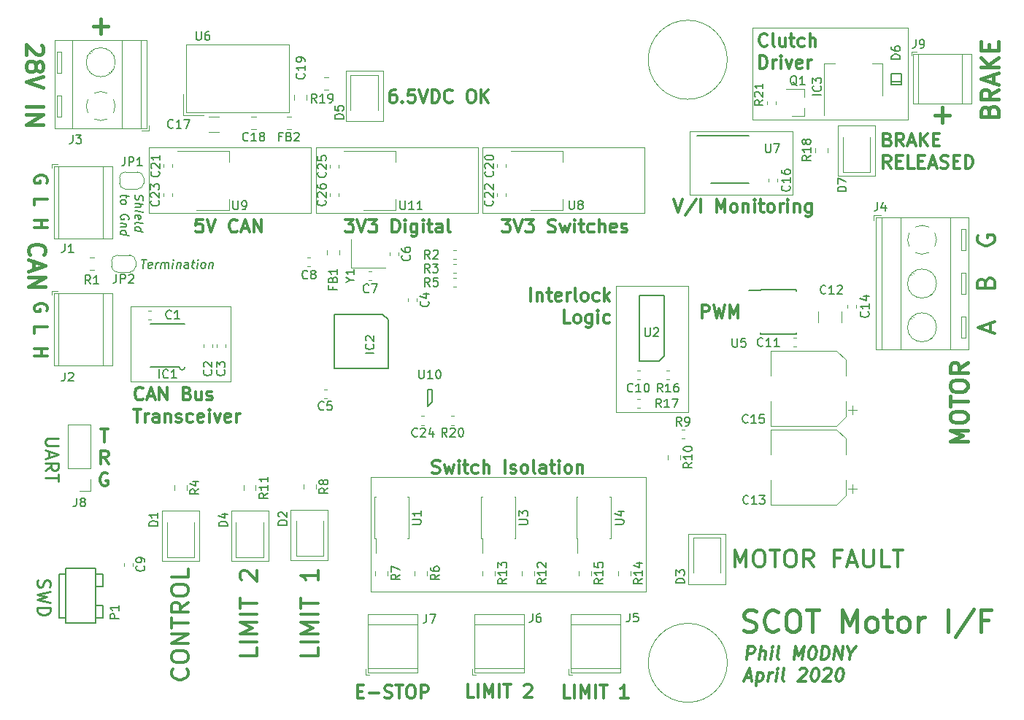
<source format=gbr>
G04 #@! TF.GenerationSoftware,KiCad,Pcbnew,5.1.5-52549c5~86~ubuntu18.04.1*
G04 #@! TF.CreationDate,2020-04-18T16:00:11+01:00*
G04 #@! TF.ProjectId,scot-motor,73636f74-2d6d-46f7-946f-722e6b696361,rev?*
G04 #@! TF.SameCoordinates,Original*
G04 #@! TF.FileFunction,Legend,Top*
G04 #@! TF.FilePolarity,Positive*
%FSLAX46Y46*%
G04 Gerber Fmt 4.6, Leading zero omitted, Abs format (unit mm)*
G04 Created by KiCad (PCBNEW 5.1.5-52549c5~86~ubuntu18.04.1) date 2020-04-18 16:00:11*
%MOMM*%
%LPD*%
G04 APERTURE LIST*
%ADD10C,0.300000*%
%ADD11C,0.120000*%
%ADD12C,0.400000*%
%ADD13C,0.150000*%
%ADD14C,0.250000*%
%ADD15C,0.450000*%
G04 APERTURE END LIST*
D10*
X79742885Y-87347914D02*
X79671457Y-87419342D01*
X79457171Y-87490771D01*
X79314314Y-87490771D01*
X79100028Y-87419342D01*
X78957171Y-87276485D01*
X78885742Y-87133628D01*
X78814314Y-86847914D01*
X78814314Y-86633628D01*
X78885742Y-86347914D01*
X78957171Y-86205057D01*
X79100028Y-86062200D01*
X79314314Y-85990771D01*
X79457171Y-85990771D01*
X79671457Y-86062200D01*
X79742885Y-86133628D01*
X80314314Y-87062200D02*
X81028600Y-87062200D01*
X80171457Y-87490771D02*
X80671457Y-85990771D01*
X81171457Y-87490771D01*
X81671457Y-87490771D02*
X81671457Y-85990771D01*
X82528600Y-87490771D01*
X82528600Y-85990771D01*
X84885742Y-86705057D02*
X85100028Y-86776485D01*
X85171457Y-86847914D01*
X85242885Y-86990771D01*
X85242885Y-87205057D01*
X85171457Y-87347914D01*
X85100028Y-87419342D01*
X84957171Y-87490771D01*
X84385742Y-87490771D01*
X84385742Y-85990771D01*
X84885742Y-85990771D01*
X85028600Y-86062200D01*
X85100028Y-86133628D01*
X85171457Y-86276485D01*
X85171457Y-86419342D01*
X85100028Y-86562200D01*
X85028600Y-86633628D01*
X84885742Y-86705057D01*
X84385742Y-86705057D01*
X86528600Y-86490771D02*
X86528600Y-87490771D01*
X85885742Y-86490771D02*
X85885742Y-87276485D01*
X85957171Y-87419342D01*
X86100028Y-87490771D01*
X86314314Y-87490771D01*
X86457171Y-87419342D01*
X86528600Y-87347914D01*
X87171457Y-87419342D02*
X87314314Y-87490771D01*
X87600028Y-87490771D01*
X87742885Y-87419342D01*
X87814314Y-87276485D01*
X87814314Y-87205057D01*
X87742885Y-87062200D01*
X87600028Y-86990771D01*
X87385742Y-86990771D01*
X87242885Y-86919342D01*
X87171457Y-86776485D01*
X87171457Y-86705057D01*
X87242885Y-86562200D01*
X87385742Y-86490771D01*
X87600028Y-86490771D01*
X87742885Y-86562200D01*
X78671457Y-88540771D02*
X79528600Y-88540771D01*
X79100028Y-90040771D02*
X79100028Y-88540771D01*
X80028600Y-90040771D02*
X80028600Y-89040771D01*
X80028600Y-89326485D02*
X80100028Y-89183628D01*
X80171457Y-89112200D01*
X80314314Y-89040771D01*
X80457171Y-89040771D01*
X81600028Y-90040771D02*
X81600028Y-89255057D01*
X81528600Y-89112200D01*
X81385742Y-89040771D01*
X81100028Y-89040771D01*
X80957171Y-89112200D01*
X81600028Y-89969342D02*
X81457171Y-90040771D01*
X81100028Y-90040771D01*
X80957171Y-89969342D01*
X80885742Y-89826485D01*
X80885742Y-89683628D01*
X80957171Y-89540771D01*
X81100028Y-89469342D01*
X81457171Y-89469342D01*
X81600028Y-89397914D01*
X82314314Y-89040771D02*
X82314314Y-90040771D01*
X82314314Y-89183628D02*
X82385742Y-89112200D01*
X82528600Y-89040771D01*
X82742885Y-89040771D01*
X82885742Y-89112200D01*
X82957171Y-89255057D01*
X82957171Y-90040771D01*
X83600028Y-89969342D02*
X83742885Y-90040771D01*
X84028600Y-90040771D01*
X84171457Y-89969342D01*
X84242885Y-89826485D01*
X84242885Y-89755057D01*
X84171457Y-89612200D01*
X84028600Y-89540771D01*
X83814314Y-89540771D01*
X83671457Y-89469342D01*
X83600028Y-89326485D01*
X83600028Y-89255057D01*
X83671457Y-89112200D01*
X83814314Y-89040771D01*
X84028600Y-89040771D01*
X84171457Y-89112200D01*
X85528600Y-89969342D02*
X85385742Y-90040771D01*
X85100028Y-90040771D01*
X84957171Y-89969342D01*
X84885742Y-89897914D01*
X84814314Y-89755057D01*
X84814314Y-89326485D01*
X84885742Y-89183628D01*
X84957171Y-89112200D01*
X85100028Y-89040771D01*
X85385742Y-89040771D01*
X85528600Y-89112200D01*
X86742885Y-89969342D02*
X86600028Y-90040771D01*
X86314314Y-90040771D01*
X86171457Y-89969342D01*
X86100028Y-89826485D01*
X86100028Y-89255057D01*
X86171457Y-89112200D01*
X86314314Y-89040771D01*
X86600028Y-89040771D01*
X86742885Y-89112200D01*
X86814314Y-89255057D01*
X86814314Y-89397914D01*
X86100028Y-89540771D01*
X87457171Y-90040771D02*
X87457171Y-89040771D01*
X87457171Y-88540771D02*
X87385742Y-88612200D01*
X87457171Y-88683628D01*
X87528600Y-88612200D01*
X87457171Y-88540771D01*
X87457171Y-88683628D01*
X88028600Y-89040771D02*
X88385742Y-90040771D01*
X88742885Y-89040771D01*
X89885742Y-89969342D02*
X89742885Y-90040771D01*
X89457171Y-90040771D01*
X89314314Y-89969342D01*
X89242885Y-89826485D01*
X89242885Y-89255057D01*
X89314314Y-89112200D01*
X89457171Y-89040771D01*
X89742885Y-89040771D01*
X89885742Y-89112200D01*
X89957171Y-89255057D01*
X89957171Y-89397914D01*
X89242885Y-89540771D01*
X90600028Y-90040771D02*
X90600028Y-89040771D01*
X90600028Y-89326485D02*
X90671457Y-89183628D01*
X90742885Y-89112200D01*
X90885742Y-89040771D01*
X91028600Y-89040771D01*
D11*
X78384400Y-85344000D02*
X78333600Y-85344000D01*
X89916000Y-85344000D02*
X78384400Y-85344000D01*
X89916000Y-76606400D02*
X89916000Y-85344000D01*
X78333600Y-76606400D02*
X89916000Y-76606400D01*
X78333600Y-85344000D02*
X78333600Y-76606400D01*
D10*
X144585571Y-77945371D02*
X144585571Y-76445371D01*
X145157000Y-76445371D01*
X145299857Y-76516800D01*
X145371285Y-76588228D01*
X145442714Y-76731085D01*
X145442714Y-76945371D01*
X145371285Y-77088228D01*
X145299857Y-77159657D01*
X145157000Y-77231085D01*
X144585571Y-77231085D01*
X145942714Y-76445371D02*
X146299857Y-77945371D01*
X146585571Y-76873942D01*
X146871285Y-77945371D01*
X147228428Y-76445371D01*
X147799857Y-77945371D02*
X147799857Y-76445371D01*
X148299857Y-77516800D01*
X148799857Y-76445371D01*
X148799857Y-77945371D01*
D12*
X172466000Y-53543200D02*
X172466000Y-55245000D01*
X173329600Y-54406800D02*
X171627800Y-54406800D01*
D10*
X166152142Y-57241057D02*
X166366428Y-57312485D01*
X166437857Y-57383914D01*
X166509285Y-57526771D01*
X166509285Y-57741057D01*
X166437857Y-57883914D01*
X166366428Y-57955342D01*
X166223571Y-58026771D01*
X165652142Y-58026771D01*
X165652142Y-56526771D01*
X166152142Y-56526771D01*
X166295000Y-56598200D01*
X166366428Y-56669628D01*
X166437857Y-56812485D01*
X166437857Y-56955342D01*
X166366428Y-57098200D01*
X166295000Y-57169628D01*
X166152142Y-57241057D01*
X165652142Y-57241057D01*
X168009285Y-58026771D02*
X167509285Y-57312485D01*
X167152142Y-58026771D02*
X167152142Y-56526771D01*
X167723571Y-56526771D01*
X167866428Y-56598200D01*
X167937857Y-56669628D01*
X168009285Y-56812485D01*
X168009285Y-57026771D01*
X167937857Y-57169628D01*
X167866428Y-57241057D01*
X167723571Y-57312485D01*
X167152142Y-57312485D01*
X168580714Y-57598200D02*
X169295000Y-57598200D01*
X168437857Y-58026771D02*
X168937857Y-56526771D01*
X169437857Y-58026771D01*
X169937857Y-58026771D02*
X169937857Y-56526771D01*
X170795000Y-58026771D02*
X170152142Y-57169628D01*
X170795000Y-56526771D02*
X169937857Y-57383914D01*
X171437857Y-57241057D02*
X171937857Y-57241057D01*
X172152142Y-58026771D02*
X171437857Y-58026771D01*
X171437857Y-56526771D01*
X172152142Y-56526771D01*
X166509285Y-60576771D02*
X166009285Y-59862485D01*
X165652142Y-60576771D02*
X165652142Y-59076771D01*
X166223571Y-59076771D01*
X166366428Y-59148200D01*
X166437857Y-59219628D01*
X166509285Y-59362485D01*
X166509285Y-59576771D01*
X166437857Y-59719628D01*
X166366428Y-59791057D01*
X166223571Y-59862485D01*
X165652142Y-59862485D01*
X167152142Y-59791057D02*
X167652142Y-59791057D01*
X167866428Y-60576771D02*
X167152142Y-60576771D01*
X167152142Y-59076771D01*
X167866428Y-59076771D01*
X169223571Y-60576771D02*
X168509285Y-60576771D01*
X168509285Y-59076771D01*
X169723571Y-59791057D02*
X170223571Y-59791057D01*
X170437857Y-60576771D02*
X169723571Y-60576771D01*
X169723571Y-59076771D01*
X170437857Y-59076771D01*
X171009285Y-60148200D02*
X171723571Y-60148200D01*
X170866428Y-60576771D02*
X171366428Y-59076771D01*
X171866428Y-60576771D01*
X172295000Y-60505342D02*
X172509285Y-60576771D01*
X172866428Y-60576771D01*
X173009285Y-60505342D01*
X173080714Y-60433914D01*
X173152142Y-60291057D01*
X173152142Y-60148200D01*
X173080714Y-60005342D01*
X173009285Y-59933914D01*
X172866428Y-59862485D01*
X172580714Y-59791057D01*
X172437857Y-59719628D01*
X172366428Y-59648200D01*
X172295000Y-59505342D01*
X172295000Y-59362485D01*
X172366428Y-59219628D01*
X172437857Y-59148200D01*
X172580714Y-59076771D01*
X172937857Y-59076771D01*
X173152142Y-59148200D01*
X173795000Y-59791057D02*
X174295000Y-59791057D01*
X174509285Y-60576771D02*
X173795000Y-60576771D01*
X173795000Y-59076771D01*
X174509285Y-59076771D01*
X175152142Y-60576771D02*
X175152142Y-59076771D01*
X175509285Y-59076771D01*
X175723571Y-59148200D01*
X175866428Y-59291057D01*
X175937857Y-59433914D01*
X176009285Y-59719628D01*
X176009285Y-59933914D01*
X175937857Y-60219628D01*
X175866428Y-60362485D01*
X175723571Y-60505342D01*
X175509285Y-60576771D01*
X175152142Y-60576771D01*
D11*
X160477200Y-55651400D02*
X164668200Y-55651400D01*
X164668200Y-55651400D02*
X164668200Y-61366400D01*
X164668200Y-61366400D02*
X164668200Y-61493400D01*
X164668200Y-61493400D02*
X160350200Y-61493400D01*
X160350200Y-61493400D02*
X160350200Y-55651400D01*
X160350200Y-55651400D02*
X160477200Y-55651400D01*
D12*
X75692000Y-44094400D02*
X73990200Y-44094400D01*
D10*
X176647600Y-68411790D02*
X176552361Y-68602266D01*
X176552361Y-68887980D01*
X176647600Y-69173695D01*
X176838076Y-69364171D01*
X177028552Y-69459409D01*
X177409504Y-69554647D01*
X177695219Y-69554647D01*
X178076171Y-69459409D01*
X178266647Y-69364171D01*
X178457123Y-69173695D01*
X178552361Y-68887980D01*
X178552361Y-68697504D01*
X178457123Y-68411790D01*
X178361885Y-68316552D01*
X177695219Y-68316552D01*
X177695219Y-68697504D01*
X113337285Y-95907942D02*
X113551571Y-95979371D01*
X113908714Y-95979371D01*
X114051571Y-95907942D01*
X114123000Y-95836514D01*
X114194428Y-95693657D01*
X114194428Y-95550800D01*
X114123000Y-95407942D01*
X114051571Y-95336514D01*
X113908714Y-95265085D01*
X113623000Y-95193657D01*
X113480142Y-95122228D01*
X113408714Y-95050800D01*
X113337285Y-94907942D01*
X113337285Y-94765085D01*
X113408714Y-94622228D01*
X113480142Y-94550800D01*
X113623000Y-94479371D01*
X113980142Y-94479371D01*
X114194428Y-94550800D01*
X114694428Y-94979371D02*
X114980142Y-95979371D01*
X115265857Y-95265085D01*
X115551571Y-95979371D01*
X115837285Y-94979371D01*
X116408714Y-95979371D02*
X116408714Y-94979371D01*
X116408714Y-94479371D02*
X116337285Y-94550800D01*
X116408714Y-94622228D01*
X116480142Y-94550800D01*
X116408714Y-94479371D01*
X116408714Y-94622228D01*
X116908714Y-94979371D02*
X117480142Y-94979371D01*
X117123000Y-94479371D02*
X117123000Y-95765085D01*
X117194428Y-95907942D01*
X117337285Y-95979371D01*
X117480142Y-95979371D01*
X118623000Y-95907942D02*
X118480142Y-95979371D01*
X118194428Y-95979371D01*
X118051571Y-95907942D01*
X117980142Y-95836514D01*
X117908714Y-95693657D01*
X117908714Y-95265085D01*
X117980142Y-95122228D01*
X118051571Y-95050800D01*
X118194428Y-94979371D01*
X118480142Y-94979371D01*
X118623000Y-95050800D01*
X119265857Y-95979371D02*
X119265857Y-94479371D01*
X119908714Y-95979371D02*
X119908714Y-95193657D01*
X119837285Y-95050800D01*
X119694428Y-94979371D01*
X119480142Y-94979371D01*
X119337285Y-95050800D01*
X119265857Y-95122228D01*
X121765857Y-95979371D02*
X121765857Y-94479371D01*
X122408714Y-95907942D02*
X122551571Y-95979371D01*
X122837285Y-95979371D01*
X122980142Y-95907942D01*
X123051571Y-95765085D01*
X123051571Y-95693657D01*
X122980142Y-95550800D01*
X122837285Y-95479371D01*
X122623000Y-95479371D01*
X122480142Y-95407942D01*
X122408714Y-95265085D01*
X122408714Y-95193657D01*
X122480142Y-95050800D01*
X122623000Y-94979371D01*
X122837285Y-94979371D01*
X122980142Y-95050800D01*
X123908714Y-95979371D02*
X123765857Y-95907942D01*
X123694428Y-95836514D01*
X123623000Y-95693657D01*
X123623000Y-95265085D01*
X123694428Y-95122228D01*
X123765857Y-95050800D01*
X123908714Y-94979371D01*
X124123000Y-94979371D01*
X124265857Y-95050800D01*
X124337285Y-95122228D01*
X124408714Y-95265085D01*
X124408714Y-95693657D01*
X124337285Y-95836514D01*
X124265857Y-95907942D01*
X124123000Y-95979371D01*
X123908714Y-95979371D01*
X125265857Y-95979371D02*
X125123000Y-95907942D01*
X125051571Y-95765085D01*
X125051571Y-94479371D01*
X126480142Y-95979371D02*
X126480142Y-95193657D01*
X126408714Y-95050800D01*
X126265857Y-94979371D01*
X125980142Y-94979371D01*
X125837285Y-95050800D01*
X126480142Y-95907942D02*
X126337285Y-95979371D01*
X125980142Y-95979371D01*
X125837285Y-95907942D01*
X125765857Y-95765085D01*
X125765857Y-95622228D01*
X125837285Y-95479371D01*
X125980142Y-95407942D01*
X126337285Y-95407942D01*
X126480142Y-95336514D01*
X126980142Y-94979371D02*
X127551571Y-94979371D01*
X127194428Y-94479371D02*
X127194428Y-95765085D01*
X127265857Y-95907942D01*
X127408714Y-95979371D01*
X127551571Y-95979371D01*
X128051571Y-95979371D02*
X128051571Y-94979371D01*
X128051571Y-94479371D02*
X127980142Y-94550800D01*
X128051571Y-94622228D01*
X128123000Y-94550800D01*
X128051571Y-94479371D01*
X128051571Y-94622228D01*
X128980142Y-95979371D02*
X128837285Y-95907942D01*
X128765857Y-95836514D01*
X128694428Y-95693657D01*
X128694428Y-95265085D01*
X128765857Y-95122228D01*
X128837285Y-95050800D01*
X128980142Y-94979371D01*
X129194428Y-94979371D01*
X129337285Y-95050800D01*
X129408714Y-95122228D01*
X129480142Y-95265085D01*
X129480142Y-95693657D01*
X129408714Y-95836514D01*
X129337285Y-95907942D01*
X129194428Y-95979371D01*
X128980142Y-95979371D01*
X130123000Y-94979371D02*
X130123000Y-95979371D01*
X130123000Y-95122228D02*
X130194428Y-95050800D01*
X130337285Y-94979371D01*
X130551571Y-94979371D01*
X130694428Y-95050800D01*
X130765857Y-95193657D01*
X130765857Y-95979371D01*
D11*
X138074400Y-96469200D02*
X138074400Y-109728000D01*
X106172000Y-96469200D02*
X138074400Y-96469200D01*
X106172000Y-109728000D02*
X106172000Y-96469200D01*
X138074400Y-109728000D02*
X106172000Y-109728000D01*
X143002000Y-74269600D02*
X142900400Y-74269600D01*
X143002000Y-88900000D02*
X143002000Y-74269600D01*
X134670800Y-88900000D02*
X143002000Y-88900000D01*
X134670800Y-74269600D02*
X134670800Y-88900000D01*
X142900400Y-74269600D02*
X134670800Y-74269600D01*
D10*
X124742428Y-76009971D02*
X124742428Y-74509971D01*
X125456714Y-75009971D02*
X125456714Y-76009971D01*
X125456714Y-75152828D02*
X125528142Y-75081400D01*
X125671000Y-75009971D01*
X125885285Y-75009971D01*
X126028142Y-75081400D01*
X126099571Y-75224257D01*
X126099571Y-76009971D01*
X126599571Y-75009971D02*
X127171000Y-75009971D01*
X126813857Y-74509971D02*
X126813857Y-75795685D01*
X126885285Y-75938542D01*
X127028142Y-76009971D01*
X127171000Y-76009971D01*
X128242428Y-75938542D02*
X128099571Y-76009971D01*
X127813857Y-76009971D01*
X127671000Y-75938542D01*
X127599571Y-75795685D01*
X127599571Y-75224257D01*
X127671000Y-75081400D01*
X127813857Y-75009971D01*
X128099571Y-75009971D01*
X128242428Y-75081400D01*
X128313857Y-75224257D01*
X128313857Y-75367114D01*
X127599571Y-75509971D01*
X128956714Y-76009971D02*
X128956714Y-75009971D01*
X128956714Y-75295685D02*
X129028142Y-75152828D01*
X129099571Y-75081400D01*
X129242428Y-75009971D01*
X129385285Y-75009971D01*
X130099571Y-76009971D02*
X129956714Y-75938542D01*
X129885285Y-75795685D01*
X129885285Y-74509971D01*
X130885285Y-76009971D02*
X130742428Y-75938542D01*
X130671000Y-75867114D01*
X130599571Y-75724257D01*
X130599571Y-75295685D01*
X130671000Y-75152828D01*
X130742428Y-75081400D01*
X130885285Y-75009971D01*
X131099571Y-75009971D01*
X131242428Y-75081400D01*
X131313857Y-75152828D01*
X131385285Y-75295685D01*
X131385285Y-75724257D01*
X131313857Y-75867114D01*
X131242428Y-75938542D01*
X131099571Y-76009971D01*
X130885285Y-76009971D01*
X132671000Y-75938542D02*
X132528142Y-76009971D01*
X132242428Y-76009971D01*
X132099571Y-75938542D01*
X132028142Y-75867114D01*
X131956714Y-75724257D01*
X131956714Y-75295685D01*
X132028142Y-75152828D01*
X132099571Y-75081400D01*
X132242428Y-75009971D01*
X132528142Y-75009971D01*
X132671000Y-75081400D01*
X133313857Y-76009971D02*
X133313857Y-74509971D01*
X133456714Y-75438542D02*
X133885285Y-76009971D01*
X133885285Y-75009971D02*
X133313857Y-75581400D01*
X129313857Y-78559971D02*
X128599571Y-78559971D01*
X128599571Y-77059971D01*
X130028142Y-78559971D02*
X129885285Y-78488542D01*
X129813857Y-78417114D01*
X129742428Y-78274257D01*
X129742428Y-77845685D01*
X129813857Y-77702828D01*
X129885285Y-77631400D01*
X130028142Y-77559971D01*
X130242428Y-77559971D01*
X130385285Y-77631400D01*
X130456714Y-77702828D01*
X130528142Y-77845685D01*
X130528142Y-78274257D01*
X130456714Y-78417114D01*
X130385285Y-78488542D01*
X130242428Y-78559971D01*
X130028142Y-78559971D01*
X131813857Y-77559971D02*
X131813857Y-78774257D01*
X131742428Y-78917114D01*
X131671000Y-78988542D01*
X131528142Y-79059971D01*
X131313857Y-79059971D01*
X131171000Y-78988542D01*
X131813857Y-78488542D02*
X131671000Y-78559971D01*
X131385285Y-78559971D01*
X131242428Y-78488542D01*
X131171000Y-78417114D01*
X131099571Y-78274257D01*
X131099571Y-77845685D01*
X131171000Y-77702828D01*
X131242428Y-77631400D01*
X131385285Y-77559971D01*
X131671000Y-77559971D01*
X131813857Y-77631400D01*
X132528142Y-78559971D02*
X132528142Y-77559971D01*
X132528142Y-77059971D02*
X132456714Y-77131400D01*
X132528142Y-77202828D01*
X132599571Y-77131400D01*
X132528142Y-77059971D01*
X132528142Y-77202828D01*
X133885285Y-78488542D02*
X133742428Y-78559971D01*
X133456714Y-78559971D01*
X133313857Y-78488542D01*
X133242428Y-78417114D01*
X133171000Y-78274257D01*
X133171000Y-77845685D01*
X133242428Y-77702828D01*
X133313857Y-77631400D01*
X133456714Y-77559971D01*
X133742428Y-77559971D01*
X133885285Y-77631400D01*
X141354885Y-64202571D02*
X141854885Y-65702571D01*
X142354885Y-64202571D01*
X143926314Y-64131142D02*
X142640600Y-66059714D01*
X144426314Y-65702571D02*
X144426314Y-64202571D01*
X146283457Y-65702571D02*
X146283457Y-64202571D01*
X146783457Y-65274000D01*
X147283457Y-64202571D01*
X147283457Y-65702571D01*
X148212028Y-65702571D02*
X148069171Y-65631142D01*
X147997742Y-65559714D01*
X147926314Y-65416857D01*
X147926314Y-64988285D01*
X147997742Y-64845428D01*
X148069171Y-64774000D01*
X148212028Y-64702571D01*
X148426314Y-64702571D01*
X148569171Y-64774000D01*
X148640600Y-64845428D01*
X148712028Y-64988285D01*
X148712028Y-65416857D01*
X148640600Y-65559714D01*
X148569171Y-65631142D01*
X148426314Y-65702571D01*
X148212028Y-65702571D01*
X149354885Y-64702571D02*
X149354885Y-65702571D01*
X149354885Y-64845428D02*
X149426314Y-64774000D01*
X149569171Y-64702571D01*
X149783457Y-64702571D01*
X149926314Y-64774000D01*
X149997742Y-64916857D01*
X149997742Y-65702571D01*
X150712028Y-65702571D02*
X150712028Y-64702571D01*
X150712028Y-64202571D02*
X150640600Y-64274000D01*
X150712028Y-64345428D01*
X150783457Y-64274000D01*
X150712028Y-64202571D01*
X150712028Y-64345428D01*
X151212028Y-64702571D02*
X151783457Y-64702571D01*
X151426314Y-64202571D02*
X151426314Y-65488285D01*
X151497742Y-65631142D01*
X151640600Y-65702571D01*
X151783457Y-65702571D01*
X152497742Y-65702571D02*
X152354885Y-65631142D01*
X152283457Y-65559714D01*
X152212028Y-65416857D01*
X152212028Y-64988285D01*
X152283457Y-64845428D01*
X152354885Y-64774000D01*
X152497742Y-64702571D01*
X152712028Y-64702571D01*
X152854885Y-64774000D01*
X152926314Y-64845428D01*
X152997742Y-64988285D01*
X152997742Y-65416857D01*
X152926314Y-65559714D01*
X152854885Y-65631142D01*
X152712028Y-65702571D01*
X152497742Y-65702571D01*
X153640600Y-65702571D02*
X153640600Y-64702571D01*
X153640600Y-64988285D02*
X153712028Y-64845428D01*
X153783457Y-64774000D01*
X153926314Y-64702571D01*
X154069171Y-64702571D01*
X154569171Y-65702571D02*
X154569171Y-64702571D01*
X154569171Y-64202571D02*
X154497742Y-64274000D01*
X154569171Y-64345428D01*
X154640600Y-64274000D01*
X154569171Y-64202571D01*
X154569171Y-64345428D01*
X155283457Y-64702571D02*
X155283457Y-65702571D01*
X155283457Y-64845428D02*
X155354885Y-64774000D01*
X155497742Y-64702571D01*
X155712028Y-64702571D01*
X155854885Y-64774000D01*
X155926314Y-64916857D01*
X155926314Y-65702571D01*
X157283457Y-64702571D02*
X157283457Y-65916857D01*
X157212028Y-66059714D01*
X157140600Y-66131142D01*
X156997742Y-66202571D01*
X156783457Y-66202571D01*
X156640600Y-66131142D01*
X157283457Y-65631142D02*
X157140600Y-65702571D01*
X156854885Y-65702571D01*
X156712028Y-65631142D01*
X156640600Y-65559714D01*
X156569171Y-65416857D01*
X156569171Y-64988285D01*
X156640600Y-64845428D01*
X156712028Y-64774000D01*
X156854885Y-64702571D01*
X157140600Y-64702571D01*
X157283457Y-64774000D01*
D11*
X155143200Y-63703200D02*
X155143200Y-56337200D01*
X143205200Y-63703200D02*
X155143200Y-63703200D01*
X143205200Y-56337200D02*
X143205200Y-63703200D01*
X155143200Y-56337200D02*
X143205200Y-56337200D01*
D10*
X152183685Y-46301514D02*
X152112257Y-46372942D01*
X151897971Y-46444371D01*
X151755114Y-46444371D01*
X151540828Y-46372942D01*
X151397971Y-46230085D01*
X151326542Y-46087228D01*
X151255114Y-45801514D01*
X151255114Y-45587228D01*
X151326542Y-45301514D01*
X151397971Y-45158657D01*
X151540828Y-45015800D01*
X151755114Y-44944371D01*
X151897971Y-44944371D01*
X152112257Y-45015800D01*
X152183685Y-45087228D01*
X153040828Y-46444371D02*
X152897971Y-46372942D01*
X152826542Y-46230085D01*
X152826542Y-44944371D01*
X154255114Y-45444371D02*
X154255114Y-46444371D01*
X153612257Y-45444371D02*
X153612257Y-46230085D01*
X153683685Y-46372942D01*
X153826542Y-46444371D01*
X154040828Y-46444371D01*
X154183685Y-46372942D01*
X154255114Y-46301514D01*
X154755114Y-45444371D02*
X155326542Y-45444371D01*
X154969400Y-44944371D02*
X154969400Y-46230085D01*
X155040828Y-46372942D01*
X155183685Y-46444371D01*
X155326542Y-46444371D01*
X156469400Y-46372942D02*
X156326542Y-46444371D01*
X156040828Y-46444371D01*
X155897971Y-46372942D01*
X155826542Y-46301514D01*
X155755114Y-46158657D01*
X155755114Y-45730085D01*
X155826542Y-45587228D01*
X155897971Y-45515800D01*
X156040828Y-45444371D01*
X156326542Y-45444371D01*
X156469400Y-45515800D01*
X157112257Y-46444371D02*
X157112257Y-44944371D01*
X157755114Y-46444371D02*
X157755114Y-45658657D01*
X157683685Y-45515800D01*
X157540828Y-45444371D01*
X157326542Y-45444371D01*
X157183685Y-45515800D01*
X157112257Y-45587228D01*
X151326542Y-48994371D02*
X151326542Y-47494371D01*
X151683685Y-47494371D01*
X151897971Y-47565800D01*
X152040828Y-47708657D01*
X152112257Y-47851514D01*
X152183685Y-48137228D01*
X152183685Y-48351514D01*
X152112257Y-48637228D01*
X152040828Y-48780085D01*
X151897971Y-48922942D01*
X151683685Y-48994371D01*
X151326542Y-48994371D01*
X152826542Y-48994371D02*
X152826542Y-47994371D01*
X152826542Y-48280085D02*
X152897971Y-48137228D01*
X152969400Y-48065800D01*
X153112257Y-47994371D01*
X153255114Y-47994371D01*
X153755114Y-48994371D02*
X153755114Y-47994371D01*
X153755114Y-47494371D02*
X153683685Y-47565800D01*
X153755114Y-47637228D01*
X153826542Y-47565800D01*
X153755114Y-47494371D01*
X153755114Y-47637228D01*
X154326542Y-47994371D02*
X154683685Y-48994371D01*
X155040828Y-47994371D01*
X156183685Y-48922942D02*
X156040828Y-48994371D01*
X155755114Y-48994371D01*
X155612257Y-48922942D01*
X155540828Y-48780085D01*
X155540828Y-48208657D01*
X155612257Y-48065800D01*
X155755114Y-47994371D01*
X156040828Y-47994371D01*
X156183685Y-48065800D01*
X156255114Y-48208657D01*
X156255114Y-48351514D01*
X155540828Y-48494371D01*
X156897971Y-48994371D02*
X156897971Y-47994371D01*
X156897971Y-48280085D02*
X156969400Y-48137228D01*
X157040828Y-48065800D01*
X157183685Y-47994371D01*
X157326542Y-47994371D01*
D11*
X168503600Y-44297600D02*
X168503600Y-54965600D01*
X150469600Y-44297600D02*
X168503600Y-44297600D01*
X150469600Y-54965600D02*
X150469600Y-44297600D01*
X168503600Y-54965600D02*
X150469600Y-54965600D01*
D13*
X79583110Y-71181980D02*
X80154538Y-71181980D01*
X79743824Y-72181980D02*
X79868824Y-71181980D01*
X80749776Y-72134361D02*
X80648586Y-72181980D01*
X80458110Y-72181980D01*
X80368824Y-72134361D01*
X80333110Y-72039123D01*
X80380729Y-71658171D01*
X80440252Y-71562933D01*
X80541443Y-71515314D01*
X80731919Y-71515314D01*
X80821205Y-71562933D01*
X80856919Y-71658171D01*
X80845014Y-71753409D01*
X80356919Y-71848647D01*
X81220014Y-72181980D02*
X81303348Y-71515314D01*
X81279538Y-71705790D02*
X81339062Y-71610552D01*
X81392633Y-71562933D01*
X81493824Y-71515314D01*
X81589062Y-71515314D01*
X81839062Y-72181980D02*
X81922395Y-71515314D01*
X81910491Y-71610552D02*
X81964062Y-71562933D01*
X82065252Y-71515314D01*
X82208110Y-71515314D01*
X82297395Y-71562933D01*
X82333110Y-71658171D01*
X82267633Y-72181980D01*
X82333110Y-71658171D02*
X82392633Y-71562933D01*
X82493824Y-71515314D01*
X82636681Y-71515314D01*
X82725967Y-71562933D01*
X82761681Y-71658171D01*
X82696205Y-72181980D01*
X83172395Y-72181980D02*
X83255729Y-71515314D01*
X83297395Y-71181980D02*
X83243824Y-71229600D01*
X83285491Y-71277219D01*
X83339062Y-71229600D01*
X83297395Y-71181980D01*
X83285491Y-71277219D01*
X83731919Y-71515314D02*
X83648586Y-72181980D01*
X83720014Y-71610552D02*
X83773586Y-71562933D01*
X83874776Y-71515314D01*
X84017633Y-71515314D01*
X84106919Y-71562933D01*
X84142633Y-71658171D01*
X84077157Y-72181980D01*
X84981919Y-72181980D02*
X85047395Y-71658171D01*
X85011681Y-71562933D01*
X84922395Y-71515314D01*
X84731919Y-71515314D01*
X84630729Y-71562933D01*
X84987872Y-72134361D02*
X84886681Y-72181980D01*
X84648586Y-72181980D01*
X84559300Y-72134361D01*
X84523586Y-72039123D01*
X84535491Y-71943885D01*
X84595014Y-71848647D01*
X84696205Y-71801028D01*
X84934300Y-71801028D01*
X85035491Y-71753409D01*
X85398586Y-71515314D02*
X85779538Y-71515314D01*
X85583110Y-71181980D02*
X85475967Y-72039123D01*
X85511681Y-72134361D01*
X85600967Y-72181980D01*
X85696205Y-72181980D01*
X86029538Y-72181980D02*
X86112872Y-71515314D01*
X86154538Y-71181980D02*
X86100967Y-71229600D01*
X86142633Y-71277219D01*
X86196205Y-71229600D01*
X86154538Y-71181980D01*
X86142633Y-71277219D01*
X86648586Y-72181980D02*
X86559300Y-72134361D01*
X86517633Y-72086742D01*
X86481919Y-71991504D01*
X86517633Y-71705790D01*
X86577157Y-71610552D01*
X86630729Y-71562933D01*
X86731919Y-71515314D01*
X86874776Y-71515314D01*
X86964062Y-71562933D01*
X87005729Y-71610552D01*
X87041443Y-71705790D01*
X87005729Y-71991504D01*
X86946205Y-72086742D01*
X86892633Y-72134361D01*
X86791443Y-72181980D01*
X86648586Y-72181980D01*
X87493824Y-71515314D02*
X87410491Y-72181980D01*
X87481919Y-71610552D02*
X87535491Y-71562933D01*
X87636681Y-71515314D01*
X87779538Y-71515314D01*
X87868824Y-71562933D01*
X87904538Y-71658171D01*
X87839062Y-72181980D01*
X78855438Y-63647480D02*
X78807819Y-63784385D01*
X78807819Y-64022480D01*
X78855438Y-64123671D01*
X78903057Y-64177242D01*
X78998295Y-64236766D01*
X79093533Y-64248671D01*
X79188771Y-64212957D01*
X79236390Y-64171290D01*
X79284009Y-64082004D01*
X79331628Y-63897480D01*
X79379247Y-63808195D01*
X79426866Y-63766528D01*
X79522104Y-63730814D01*
X79617342Y-63742719D01*
X79712580Y-63802242D01*
X79760200Y-63855814D01*
X79807819Y-63957004D01*
X79807819Y-64195100D01*
X79760200Y-64332004D01*
X78807819Y-64641528D02*
X79807819Y-64766528D01*
X78807819Y-65070100D02*
X79331628Y-65135576D01*
X79426866Y-65099861D01*
X79474485Y-65010576D01*
X79474485Y-64867719D01*
X79426866Y-64766528D01*
X79379247Y-64712957D01*
X78807819Y-65546290D02*
X79474485Y-65629623D01*
X79807819Y-65671290D02*
X79760200Y-65617719D01*
X79712580Y-65659385D01*
X79760200Y-65712957D01*
X79807819Y-65671290D01*
X79712580Y-65659385D01*
X78855438Y-66409385D02*
X78807819Y-66308195D01*
X78807819Y-66117719D01*
X78855438Y-66028433D01*
X78950676Y-65992719D01*
X79331628Y-66040338D01*
X79426866Y-66099861D01*
X79474485Y-66201052D01*
X79474485Y-66391528D01*
X79426866Y-66480814D01*
X79331628Y-66516528D01*
X79236390Y-66504623D01*
X79141152Y-66016528D01*
X78807819Y-67022480D02*
X78855438Y-66933195D01*
X78950676Y-66897480D01*
X79807819Y-67004623D01*
X78807819Y-67832004D02*
X79807819Y-67957004D01*
X78855438Y-67837957D02*
X78807819Y-67736766D01*
X78807819Y-67546290D01*
X78855438Y-67457004D01*
X78903057Y-67415338D01*
X78998295Y-67379623D01*
X79284009Y-67415338D01*
X79379247Y-67474861D01*
X79426866Y-67528433D01*
X79474485Y-67629623D01*
X79474485Y-67820100D01*
X79426866Y-67909385D01*
X77824485Y-63629623D02*
X77824485Y-64010576D01*
X78157819Y-63814147D02*
X77300676Y-63707004D01*
X77205438Y-63742719D01*
X77157819Y-63832004D01*
X77157819Y-63927242D01*
X77157819Y-64403433D02*
X77205438Y-64314147D01*
X77253057Y-64272480D01*
X77348295Y-64236766D01*
X77634009Y-64272480D01*
X77729247Y-64332004D01*
X77776866Y-64385576D01*
X77824485Y-64486766D01*
X77824485Y-64629623D01*
X77776866Y-64718909D01*
X77729247Y-64760576D01*
X77634009Y-64796290D01*
X77348295Y-64760576D01*
X77253057Y-64701052D01*
X77205438Y-64647480D01*
X77157819Y-64546290D01*
X77157819Y-64403433D01*
X78110200Y-66570100D02*
X78157819Y-66480814D01*
X78157819Y-66337957D01*
X78110200Y-66189147D01*
X78014961Y-66082004D01*
X77919723Y-66022480D01*
X77729247Y-65951052D01*
X77586390Y-65933195D01*
X77395914Y-65957004D01*
X77300676Y-65992719D01*
X77205438Y-66076052D01*
X77157819Y-66212957D01*
X77157819Y-66308195D01*
X77205438Y-66457004D01*
X77253057Y-66510576D01*
X77586390Y-66552242D01*
X77586390Y-66361766D01*
X77824485Y-67010576D02*
X77157819Y-66927242D01*
X77729247Y-66998671D02*
X77776866Y-67052242D01*
X77824485Y-67153433D01*
X77824485Y-67296290D01*
X77776866Y-67385576D01*
X77681628Y-67421290D01*
X77157819Y-67355814D01*
X77157819Y-68260576D02*
X78157819Y-68385576D01*
X77205438Y-68266528D02*
X77157819Y-68165338D01*
X77157819Y-67974861D01*
X77205438Y-67885576D01*
X77253057Y-67843909D01*
X77348295Y-67808195D01*
X77634009Y-67843909D01*
X77729247Y-67903433D01*
X77776866Y-67957004D01*
X77824485Y-68058195D01*
X77824485Y-68248671D01*
X77776866Y-68337957D01*
D11*
X147539048Y-47990153D02*
G75*
G03X147539048Y-47990153I-4587848J0D01*
G01*
X147548601Y-117983000D02*
G75*
G03X147548601Y-117983000I-4587848J0D01*
G01*
D14*
X67566457Y-108352685D02*
X67495028Y-108566971D01*
X67495028Y-108924114D01*
X67566457Y-109066971D01*
X67637885Y-109138400D01*
X67780742Y-109209828D01*
X67923600Y-109209828D01*
X68066457Y-109138400D01*
X68137885Y-109066971D01*
X68209314Y-108924114D01*
X68280742Y-108638400D01*
X68352171Y-108495542D01*
X68423600Y-108424114D01*
X68566457Y-108352685D01*
X68709314Y-108352685D01*
X68852171Y-108424114D01*
X68923600Y-108495542D01*
X68995028Y-108638400D01*
X68995028Y-108995542D01*
X68923600Y-109209828D01*
X68995028Y-109709828D02*
X67495028Y-110066971D01*
X68566457Y-110352685D01*
X67495028Y-110638400D01*
X68995028Y-110995542D01*
X67495028Y-111566971D02*
X68995028Y-111566971D01*
X68995028Y-111924114D01*
X68923600Y-112138400D01*
X68780742Y-112281257D01*
X68637885Y-112352685D01*
X68352171Y-112424114D01*
X68137885Y-112424114D01*
X67852171Y-112352685D01*
X67709314Y-112281257D01*
X67566457Y-112138400D01*
X67495028Y-111924114D01*
X67495028Y-111566971D01*
X69909428Y-91942742D02*
X68695142Y-91942742D01*
X68552285Y-92014171D01*
X68480857Y-92085600D01*
X68409428Y-92228457D01*
X68409428Y-92514171D01*
X68480857Y-92657028D01*
X68552285Y-92728457D01*
X68695142Y-92799885D01*
X69909428Y-92799885D01*
X68838000Y-93442742D02*
X68838000Y-94157028D01*
X68409428Y-93299885D02*
X69909428Y-93799885D01*
X68409428Y-94299885D01*
X68409428Y-95657028D02*
X69123714Y-95157028D01*
X68409428Y-94799885D02*
X69909428Y-94799885D01*
X69909428Y-95371314D01*
X69838000Y-95514171D01*
X69766571Y-95585600D01*
X69623714Y-95657028D01*
X69409428Y-95657028D01*
X69266571Y-95585600D01*
X69195142Y-95514171D01*
X69123714Y-95371314D01*
X69123714Y-94799885D01*
X69909428Y-96085600D02*
X69909428Y-96942742D01*
X68409428Y-96514171D02*
X69909428Y-96514171D01*
D10*
X149760671Y-117594771D02*
X149948171Y-116094771D01*
X150519600Y-116094771D01*
X150653528Y-116166200D01*
X150716028Y-116237628D01*
X150769600Y-116380485D01*
X150742814Y-116594771D01*
X150653528Y-116737628D01*
X150573171Y-116809057D01*
X150421385Y-116880485D01*
X149849957Y-116880485D01*
X151260671Y-117594771D02*
X151448171Y-116094771D01*
X151903528Y-117594771D02*
X152001742Y-116809057D01*
X151948171Y-116666200D01*
X151814242Y-116594771D01*
X151599957Y-116594771D01*
X151448171Y-116666200D01*
X151367814Y-116737628D01*
X152617814Y-117594771D02*
X152742814Y-116594771D01*
X152805314Y-116094771D02*
X152724957Y-116166200D01*
X152787457Y-116237628D01*
X152867814Y-116166200D01*
X152805314Y-116094771D01*
X152787457Y-116237628D01*
X153546385Y-117594771D02*
X153412457Y-117523342D01*
X153358885Y-117380485D01*
X153519600Y-116094771D01*
X155260671Y-117594771D02*
X155448171Y-116094771D01*
X155814242Y-117166200D01*
X156448171Y-116094771D01*
X156260671Y-117594771D01*
X157448171Y-116094771D02*
X157591028Y-116094771D01*
X157724957Y-116166200D01*
X157787457Y-116237628D01*
X157841028Y-116380485D01*
X157876742Y-116666200D01*
X157832100Y-117023342D01*
X157724957Y-117309057D01*
X157635671Y-117451914D01*
X157555314Y-117523342D01*
X157403528Y-117594771D01*
X157260671Y-117594771D01*
X157126742Y-117523342D01*
X157064242Y-117451914D01*
X157010671Y-117309057D01*
X156974957Y-117023342D01*
X157019600Y-116666200D01*
X157126742Y-116380485D01*
X157216028Y-116237628D01*
X157296385Y-116166200D01*
X157448171Y-116094771D01*
X158403528Y-117594771D02*
X158591028Y-116094771D01*
X158948171Y-116094771D01*
X159153528Y-116166200D01*
X159278528Y-116309057D01*
X159332100Y-116451914D01*
X159367814Y-116737628D01*
X159341028Y-116951914D01*
X159233885Y-117237628D01*
X159144600Y-117380485D01*
X158983885Y-117523342D01*
X158760671Y-117594771D01*
X158403528Y-117594771D01*
X159903528Y-117594771D02*
X160091028Y-116094771D01*
X160760671Y-117594771D01*
X160948171Y-116094771D01*
X161849957Y-116880485D02*
X161760671Y-117594771D01*
X161448171Y-116094771D02*
X161849957Y-116880485D01*
X162448171Y-116094771D01*
X149615814Y-119706200D02*
X150330100Y-119706200D01*
X149419385Y-120134771D02*
X150106885Y-118634771D01*
X150419385Y-120134771D01*
X151044385Y-119134771D02*
X150856885Y-120634771D01*
X151035457Y-119206200D02*
X151187242Y-119134771D01*
X151472957Y-119134771D01*
X151606885Y-119206200D01*
X151669385Y-119277628D01*
X151722957Y-119420485D01*
X151669385Y-119849057D01*
X151580100Y-119991914D01*
X151499742Y-120063342D01*
X151347957Y-120134771D01*
X151062242Y-120134771D01*
X150928314Y-120063342D01*
X152276528Y-120134771D02*
X152401528Y-119134771D01*
X152365814Y-119420485D02*
X152455100Y-119277628D01*
X152535457Y-119206200D01*
X152687242Y-119134771D01*
X152830100Y-119134771D01*
X153205100Y-120134771D02*
X153330100Y-119134771D01*
X153392600Y-118634771D02*
X153312242Y-118706200D01*
X153374742Y-118777628D01*
X153455100Y-118706200D01*
X153392600Y-118634771D01*
X153374742Y-118777628D01*
X154133671Y-120134771D02*
X153999742Y-120063342D01*
X153946171Y-119920485D01*
X154106885Y-118634771D01*
X155946171Y-118777628D02*
X156026528Y-118706200D01*
X156178314Y-118634771D01*
X156535457Y-118634771D01*
X156669385Y-118706200D01*
X156731885Y-118777628D01*
X156785457Y-118920485D01*
X156767600Y-119063342D01*
X156669385Y-119277628D01*
X155705100Y-120134771D01*
X156633671Y-120134771D01*
X157749742Y-118634771D02*
X157892600Y-118634771D01*
X158026528Y-118706200D01*
X158089028Y-118777628D01*
X158142600Y-118920485D01*
X158178314Y-119206200D01*
X158133671Y-119563342D01*
X158026528Y-119849057D01*
X157937242Y-119991914D01*
X157856885Y-120063342D01*
X157705100Y-120134771D01*
X157562242Y-120134771D01*
X157428314Y-120063342D01*
X157365814Y-119991914D01*
X157312242Y-119849057D01*
X157276528Y-119563342D01*
X157321171Y-119206200D01*
X157428314Y-118920485D01*
X157517600Y-118777628D01*
X157597957Y-118706200D01*
X157749742Y-118634771D01*
X158803314Y-118777628D02*
X158883671Y-118706200D01*
X159035457Y-118634771D01*
X159392600Y-118634771D01*
X159526528Y-118706200D01*
X159589028Y-118777628D01*
X159642600Y-118920485D01*
X159624742Y-119063342D01*
X159526528Y-119277628D01*
X158562242Y-120134771D01*
X159490814Y-120134771D01*
X160606885Y-118634771D02*
X160749742Y-118634771D01*
X160883671Y-118706200D01*
X160946171Y-118777628D01*
X160999742Y-118920485D01*
X161035457Y-119206200D01*
X160990814Y-119563342D01*
X160883671Y-119849057D01*
X160794385Y-119991914D01*
X160714028Y-120063342D01*
X160562242Y-120134771D01*
X160419385Y-120134771D01*
X160285457Y-120063342D01*
X160222957Y-119991914D01*
X160169385Y-119849057D01*
X160133671Y-119563342D01*
X160178314Y-119206200D01*
X160285457Y-118920485D01*
X160374742Y-118777628D01*
X160455100Y-118706200D01*
X160606885Y-118634771D01*
D15*
X149460290Y-114245104D02*
X149817433Y-114364152D01*
X150412671Y-114364152D01*
X150650766Y-114245104D01*
X150769814Y-114126057D01*
X150888861Y-113887961D01*
X150888861Y-113649866D01*
X150769814Y-113411771D01*
X150650766Y-113292723D01*
X150412671Y-113173676D01*
X149936480Y-113054628D01*
X149698385Y-112935580D01*
X149579338Y-112816533D01*
X149460290Y-112578438D01*
X149460290Y-112340342D01*
X149579338Y-112102247D01*
X149698385Y-111983200D01*
X149936480Y-111864152D01*
X150531719Y-111864152D01*
X150888861Y-111983200D01*
X153388861Y-114126057D02*
X153269814Y-114245104D01*
X152912671Y-114364152D01*
X152674576Y-114364152D01*
X152317433Y-114245104D01*
X152079338Y-114007009D01*
X151960290Y-113768914D01*
X151841242Y-113292723D01*
X151841242Y-112935580D01*
X151960290Y-112459390D01*
X152079338Y-112221295D01*
X152317433Y-111983200D01*
X152674576Y-111864152D01*
X152912671Y-111864152D01*
X153269814Y-111983200D01*
X153388861Y-112102247D01*
X154936480Y-111864152D02*
X155412671Y-111864152D01*
X155650766Y-111983200D01*
X155888861Y-112221295D01*
X156007909Y-112697485D01*
X156007909Y-113530819D01*
X155888861Y-114007009D01*
X155650766Y-114245104D01*
X155412671Y-114364152D01*
X154936480Y-114364152D01*
X154698385Y-114245104D01*
X154460290Y-114007009D01*
X154341242Y-113530819D01*
X154341242Y-112697485D01*
X154460290Y-112221295D01*
X154698385Y-111983200D01*
X154936480Y-111864152D01*
X156722195Y-111864152D02*
X158150766Y-111864152D01*
X157436480Y-114364152D02*
X157436480Y-111864152D01*
X160888861Y-114364152D02*
X160888861Y-111864152D01*
X161722195Y-113649866D01*
X162555528Y-111864152D01*
X162555528Y-114364152D01*
X164103147Y-114364152D02*
X163865052Y-114245104D01*
X163746004Y-114126057D01*
X163626957Y-113887961D01*
X163626957Y-113173676D01*
X163746004Y-112935580D01*
X163865052Y-112816533D01*
X164103147Y-112697485D01*
X164460290Y-112697485D01*
X164698385Y-112816533D01*
X164817433Y-112935580D01*
X164936480Y-113173676D01*
X164936480Y-113887961D01*
X164817433Y-114126057D01*
X164698385Y-114245104D01*
X164460290Y-114364152D01*
X164103147Y-114364152D01*
X165650766Y-112697485D02*
X166603147Y-112697485D01*
X166007909Y-111864152D02*
X166007909Y-114007009D01*
X166126957Y-114245104D01*
X166365052Y-114364152D01*
X166603147Y-114364152D01*
X167793623Y-114364152D02*
X167555528Y-114245104D01*
X167436480Y-114126057D01*
X167317433Y-113887961D01*
X167317433Y-113173676D01*
X167436480Y-112935580D01*
X167555528Y-112816533D01*
X167793623Y-112697485D01*
X168150766Y-112697485D01*
X168388861Y-112816533D01*
X168507909Y-112935580D01*
X168626957Y-113173676D01*
X168626957Y-113887961D01*
X168507909Y-114126057D01*
X168388861Y-114245104D01*
X168150766Y-114364152D01*
X167793623Y-114364152D01*
X169698385Y-114364152D02*
X169698385Y-112697485D01*
X169698385Y-113173676D02*
X169817433Y-112935580D01*
X169936480Y-112816533D01*
X170174576Y-112697485D01*
X170412671Y-112697485D01*
X173150766Y-114364152D02*
X173150766Y-111864152D01*
X176126957Y-111745104D02*
X173984100Y-114959390D01*
X177793623Y-113054628D02*
X176960290Y-113054628D01*
X176960290Y-114364152D02*
X176960290Y-111864152D01*
X178150766Y-111864152D01*
D11*
X107619800Y-49301400D02*
X107619800Y-55016400D01*
X107619800Y-55016400D02*
X107619800Y-55143400D01*
X103428800Y-49301400D02*
X107619800Y-49301400D01*
X107619800Y-55143400D02*
X103301800Y-55143400D01*
X103301800Y-55143400D02*
X103301800Y-49301400D01*
X103301800Y-49301400D02*
X103428800Y-49301400D01*
X101219000Y-100253800D02*
X101219000Y-105968800D01*
X101219000Y-105968800D02*
X101219000Y-106095800D01*
X97028000Y-100253800D02*
X101219000Y-100253800D01*
X101219000Y-106095800D02*
X96901000Y-106095800D01*
X96901000Y-106095800D02*
X96901000Y-100253800D01*
X96901000Y-100253800D02*
X97028000Y-100253800D01*
X90119200Y-100355400D02*
X94310200Y-100355400D01*
X94310200Y-106197400D02*
X89992200Y-106197400D01*
X89992200Y-106197400D02*
X89992200Y-100355400D01*
X89992200Y-100355400D02*
X90119200Y-100355400D01*
X94310200Y-100355400D02*
X94310200Y-106070400D01*
X94310200Y-106070400D02*
X94310200Y-106197400D01*
X86283800Y-106070400D02*
X86283800Y-106197400D01*
X81965800Y-106197400D02*
X81965800Y-100355400D01*
X82092800Y-100355400D02*
X86283800Y-100355400D01*
X86283800Y-106197400D02*
X81965800Y-106197400D01*
X81965800Y-100355400D02*
X82092800Y-100355400D01*
X86283800Y-100355400D02*
X86283800Y-106070400D01*
D10*
X100066361Y-116208333D02*
X100066361Y-117160714D01*
X98066361Y-117160714D01*
X100066361Y-115541666D02*
X98066361Y-115541666D01*
X100066361Y-114589285D02*
X98066361Y-114589285D01*
X99494933Y-113922619D01*
X98066361Y-113255952D01*
X100066361Y-113255952D01*
X100066361Y-112303571D02*
X98066361Y-112303571D01*
X98066361Y-111636904D02*
X98066361Y-110494047D01*
X100066361Y-111065476D02*
X98066361Y-111065476D01*
X100066361Y-107255952D02*
X100066361Y-108398809D01*
X100066361Y-107827380D02*
X98066361Y-107827380D01*
X98352076Y-108017857D01*
X98542552Y-108208333D01*
X98637790Y-108398809D01*
X93005161Y-116208333D02*
X93005161Y-117160714D01*
X91005161Y-117160714D01*
X93005161Y-115541666D02*
X91005161Y-115541666D01*
X93005161Y-114589285D02*
X91005161Y-114589285D01*
X92433733Y-113922619D01*
X91005161Y-113255952D01*
X93005161Y-113255952D01*
X93005161Y-112303571D02*
X91005161Y-112303571D01*
X91005161Y-111636904D02*
X91005161Y-110494047D01*
X93005161Y-111065476D02*
X91005161Y-111065476D01*
X91195638Y-108398809D02*
X91100400Y-108303571D01*
X91005161Y-108113095D01*
X91005161Y-107636904D01*
X91100400Y-107446428D01*
X91195638Y-107351190D01*
X91386114Y-107255952D01*
X91576590Y-107255952D01*
X91862304Y-107351190D01*
X93005161Y-108494047D01*
X93005161Y-107255952D01*
X84839085Y-118684523D02*
X84934323Y-118779761D01*
X85029561Y-119065476D01*
X85029561Y-119255952D01*
X84934323Y-119541666D01*
X84743847Y-119732142D01*
X84553371Y-119827380D01*
X84172419Y-119922619D01*
X83886704Y-119922619D01*
X83505752Y-119827380D01*
X83315276Y-119732142D01*
X83124800Y-119541666D01*
X83029561Y-119255952D01*
X83029561Y-119065476D01*
X83124800Y-118779761D01*
X83220038Y-118684523D01*
X83029561Y-117446428D02*
X83029561Y-117065476D01*
X83124800Y-116875000D01*
X83315276Y-116684523D01*
X83696228Y-116589285D01*
X84362895Y-116589285D01*
X84743847Y-116684523D01*
X84934323Y-116875000D01*
X85029561Y-117065476D01*
X85029561Y-117446428D01*
X84934323Y-117636904D01*
X84743847Y-117827380D01*
X84362895Y-117922619D01*
X83696228Y-117922619D01*
X83315276Y-117827380D01*
X83124800Y-117636904D01*
X83029561Y-117446428D01*
X85029561Y-115732142D02*
X83029561Y-115732142D01*
X85029561Y-114589285D01*
X83029561Y-114589285D01*
X83029561Y-113922619D02*
X83029561Y-112779761D01*
X85029561Y-113351190D02*
X83029561Y-113351190D01*
X85029561Y-110970238D02*
X84077180Y-111636904D01*
X85029561Y-112113095D02*
X83029561Y-112113095D01*
X83029561Y-111351190D01*
X83124800Y-111160714D01*
X83220038Y-111065476D01*
X83410514Y-110970238D01*
X83696228Y-110970238D01*
X83886704Y-111065476D01*
X83981942Y-111160714D01*
X84077180Y-111351190D01*
X84077180Y-112113095D01*
X83029561Y-109732142D02*
X83029561Y-109351190D01*
X83124800Y-109160714D01*
X83315276Y-108970238D01*
X83696228Y-108875000D01*
X84362895Y-108875000D01*
X84743847Y-108970238D01*
X84934323Y-109160714D01*
X85029561Y-109351190D01*
X85029561Y-109732142D01*
X84934323Y-109922619D01*
X84743847Y-110113095D01*
X84362895Y-110208333D01*
X83696228Y-110208333D01*
X83315276Y-110113095D01*
X83124800Y-109922619D01*
X83029561Y-109732142D01*
X85029561Y-107065476D02*
X85029561Y-108017857D01*
X83029561Y-108017857D01*
D11*
X143027400Y-103047800D02*
X143154400Y-103047800D01*
X143027400Y-108889800D02*
X143027400Y-103047800D01*
X147345400Y-108889800D02*
X143027400Y-108889800D01*
X147345400Y-108762800D02*
X147345400Y-108889800D01*
X147345400Y-103047800D02*
X147345400Y-108762800D01*
X143154400Y-103047800D02*
X147345400Y-103047800D01*
D10*
X148394352Y-106873561D02*
X148394352Y-104873561D01*
X149061019Y-106302133D01*
X149727685Y-104873561D01*
X149727685Y-106873561D01*
X151061019Y-104873561D02*
X151441971Y-104873561D01*
X151632447Y-104968800D01*
X151822923Y-105159276D01*
X151918161Y-105540228D01*
X151918161Y-106206895D01*
X151822923Y-106587847D01*
X151632447Y-106778323D01*
X151441971Y-106873561D01*
X151061019Y-106873561D01*
X150870542Y-106778323D01*
X150680066Y-106587847D01*
X150584828Y-106206895D01*
X150584828Y-105540228D01*
X150680066Y-105159276D01*
X150870542Y-104968800D01*
X151061019Y-104873561D01*
X152489590Y-104873561D02*
X153632447Y-104873561D01*
X153061019Y-106873561D02*
X153061019Y-104873561D01*
X154680066Y-104873561D02*
X155061019Y-104873561D01*
X155251495Y-104968800D01*
X155441971Y-105159276D01*
X155537209Y-105540228D01*
X155537209Y-106206895D01*
X155441971Y-106587847D01*
X155251495Y-106778323D01*
X155061019Y-106873561D01*
X154680066Y-106873561D01*
X154489590Y-106778323D01*
X154299114Y-106587847D01*
X154203876Y-106206895D01*
X154203876Y-105540228D01*
X154299114Y-105159276D01*
X154489590Y-104968800D01*
X154680066Y-104873561D01*
X157537209Y-106873561D02*
X156870542Y-105921180D01*
X156394352Y-106873561D02*
X156394352Y-104873561D01*
X157156257Y-104873561D01*
X157346733Y-104968800D01*
X157441971Y-105064038D01*
X157537209Y-105254514D01*
X157537209Y-105540228D01*
X157441971Y-105730704D01*
X157346733Y-105825942D01*
X157156257Y-105921180D01*
X156394352Y-105921180D01*
X160584828Y-105825942D02*
X159918161Y-105825942D01*
X159918161Y-106873561D02*
X159918161Y-104873561D01*
X160870542Y-104873561D01*
X161537209Y-106302133D02*
X162489590Y-106302133D01*
X161346733Y-106873561D02*
X162013400Y-104873561D01*
X162680066Y-106873561D01*
X163346733Y-104873561D02*
X163346733Y-106492609D01*
X163441971Y-106683085D01*
X163537209Y-106778323D01*
X163727685Y-106873561D01*
X164108638Y-106873561D01*
X164299114Y-106778323D01*
X164394352Y-106683085D01*
X164489590Y-106492609D01*
X164489590Y-104873561D01*
X166394352Y-106873561D02*
X165441971Y-106873561D01*
X165441971Y-104873561D01*
X166775304Y-104873561D02*
X167918161Y-104873561D01*
X167346733Y-106873561D02*
X167346733Y-104873561D01*
D12*
X74828400Y-43230800D02*
X74828400Y-44932600D01*
D10*
X75627657Y-96024000D02*
X75484800Y-95952571D01*
X75270514Y-95952571D01*
X75056228Y-96024000D01*
X74913371Y-96166857D01*
X74841942Y-96309714D01*
X74770514Y-96595428D01*
X74770514Y-96809714D01*
X74841942Y-97095428D01*
X74913371Y-97238285D01*
X75056228Y-97381142D01*
X75270514Y-97452571D01*
X75413371Y-97452571D01*
X75627657Y-97381142D01*
X75699085Y-97309714D01*
X75699085Y-96809714D01*
X75413371Y-96809714D01*
X75749885Y-94861771D02*
X75249885Y-94147485D01*
X74892742Y-94861771D02*
X74892742Y-93361771D01*
X75464171Y-93361771D01*
X75607028Y-93433200D01*
X75678457Y-93504628D01*
X75749885Y-93647485D01*
X75749885Y-93861771D01*
X75678457Y-94004628D01*
X75607028Y-94076057D01*
X75464171Y-94147485D01*
X74892742Y-94147485D01*
X74831628Y-90847171D02*
X75688771Y-90847171D01*
X75260200Y-92347171D02*
X75260200Y-90847171D01*
X177504742Y-73821942D02*
X177599980Y-73536228D01*
X177695219Y-73440990D01*
X177885695Y-73345752D01*
X178171409Y-73345752D01*
X178361885Y-73440990D01*
X178457123Y-73536228D01*
X178552361Y-73726704D01*
X178552361Y-74488609D01*
X176552361Y-74488609D01*
X176552361Y-73821942D01*
X176647600Y-73631466D01*
X176742838Y-73536228D01*
X176933314Y-73440990D01*
X177123790Y-73440990D01*
X177314266Y-73536228D01*
X177409504Y-73631466D01*
X177504742Y-73821942D01*
X177504742Y-74488609D01*
X178031733Y-79520990D02*
X178031733Y-78568609D01*
X178603161Y-79711466D02*
X176603161Y-79044800D01*
X178603161Y-78378133D01*
X109061085Y-51451771D02*
X108775371Y-51451771D01*
X108632514Y-51523200D01*
X108561085Y-51594628D01*
X108418228Y-51808914D01*
X108346800Y-52094628D01*
X108346800Y-52666057D01*
X108418228Y-52808914D01*
X108489657Y-52880342D01*
X108632514Y-52951771D01*
X108918228Y-52951771D01*
X109061085Y-52880342D01*
X109132514Y-52808914D01*
X109203942Y-52666057D01*
X109203942Y-52308914D01*
X109132514Y-52166057D01*
X109061085Y-52094628D01*
X108918228Y-52023200D01*
X108632514Y-52023200D01*
X108489657Y-52094628D01*
X108418228Y-52166057D01*
X108346800Y-52308914D01*
X109846800Y-52808914D02*
X109918228Y-52880342D01*
X109846800Y-52951771D01*
X109775371Y-52880342D01*
X109846800Y-52808914D01*
X109846800Y-52951771D01*
X111275371Y-51451771D02*
X110561085Y-51451771D01*
X110489657Y-52166057D01*
X110561085Y-52094628D01*
X110703942Y-52023200D01*
X111061085Y-52023200D01*
X111203942Y-52094628D01*
X111275371Y-52166057D01*
X111346800Y-52308914D01*
X111346800Y-52666057D01*
X111275371Y-52808914D01*
X111203942Y-52880342D01*
X111061085Y-52951771D01*
X110703942Y-52951771D01*
X110561085Y-52880342D01*
X110489657Y-52808914D01*
X111775371Y-51451771D02*
X112275371Y-52951771D01*
X112775371Y-51451771D01*
X113275371Y-52951771D02*
X113275371Y-51451771D01*
X113632514Y-51451771D01*
X113846800Y-51523200D01*
X113989657Y-51666057D01*
X114061085Y-51808914D01*
X114132514Y-52094628D01*
X114132514Y-52308914D01*
X114061085Y-52594628D01*
X113989657Y-52737485D01*
X113846800Y-52880342D01*
X113632514Y-52951771D01*
X113275371Y-52951771D01*
X115632514Y-52808914D02*
X115561085Y-52880342D01*
X115346800Y-52951771D01*
X115203942Y-52951771D01*
X114989657Y-52880342D01*
X114846800Y-52737485D01*
X114775371Y-52594628D01*
X114703942Y-52308914D01*
X114703942Y-52094628D01*
X114775371Y-51808914D01*
X114846800Y-51666057D01*
X114989657Y-51523200D01*
X115203942Y-51451771D01*
X115346800Y-51451771D01*
X115561085Y-51523200D01*
X115632514Y-51594628D01*
X117703942Y-51451771D02*
X117989657Y-51451771D01*
X118132514Y-51523200D01*
X118275371Y-51666057D01*
X118346800Y-51951771D01*
X118346800Y-52451771D01*
X118275371Y-52737485D01*
X118132514Y-52880342D01*
X117989657Y-52951771D01*
X117703942Y-52951771D01*
X117561085Y-52880342D01*
X117418228Y-52737485D01*
X117346800Y-52451771D01*
X117346800Y-51951771D01*
X117418228Y-51666057D01*
X117561085Y-51523200D01*
X117703942Y-51451771D01*
X118989657Y-52951771D02*
X118989657Y-51451771D01*
X119846800Y-52951771D02*
X119203942Y-52094628D01*
X119846800Y-51451771D02*
X118989657Y-52308914D01*
D12*
X68011561Y-46285733D02*
X68106800Y-46380971D01*
X68202038Y-46571447D01*
X68202038Y-47047638D01*
X68106800Y-47238114D01*
X68011561Y-47333352D01*
X67821085Y-47428590D01*
X67630609Y-47428590D01*
X67344895Y-47333352D01*
X66202038Y-46190495D01*
X66202038Y-47428590D01*
X67344895Y-48571447D02*
X67440133Y-48380971D01*
X67535371Y-48285733D01*
X67725847Y-48190495D01*
X67821085Y-48190495D01*
X68011561Y-48285733D01*
X68106800Y-48380971D01*
X68202038Y-48571447D01*
X68202038Y-48952400D01*
X68106800Y-49142876D01*
X68011561Y-49238114D01*
X67821085Y-49333352D01*
X67725847Y-49333352D01*
X67535371Y-49238114D01*
X67440133Y-49142876D01*
X67344895Y-48952400D01*
X67344895Y-48571447D01*
X67249657Y-48380971D01*
X67154419Y-48285733D01*
X66963942Y-48190495D01*
X66582990Y-48190495D01*
X66392514Y-48285733D01*
X66297276Y-48380971D01*
X66202038Y-48571447D01*
X66202038Y-48952400D01*
X66297276Y-49142876D01*
X66392514Y-49238114D01*
X66582990Y-49333352D01*
X66963942Y-49333352D01*
X67154419Y-49238114D01*
X67249657Y-49142876D01*
X67344895Y-48952400D01*
X68202038Y-49904780D02*
X66202038Y-50571447D01*
X68202038Y-51238114D01*
X66202038Y-53428590D02*
X68202038Y-53428590D01*
X66202038Y-54380971D02*
X68202038Y-54380971D01*
X66202038Y-55523828D01*
X68202038Y-55523828D01*
X177911142Y-53911047D02*
X178006380Y-53625333D01*
X178101619Y-53530095D01*
X178292095Y-53434857D01*
X178577809Y-53434857D01*
X178768285Y-53530095D01*
X178863523Y-53625333D01*
X178958761Y-53815809D01*
X178958761Y-54577714D01*
X176958761Y-54577714D01*
X176958761Y-53911047D01*
X177054000Y-53720571D01*
X177149238Y-53625333D01*
X177339714Y-53530095D01*
X177530190Y-53530095D01*
X177720666Y-53625333D01*
X177815904Y-53720571D01*
X177911142Y-53911047D01*
X177911142Y-54577714D01*
X178958761Y-51434857D02*
X178006380Y-52101523D01*
X178958761Y-52577714D02*
X176958761Y-52577714D01*
X176958761Y-51815809D01*
X177054000Y-51625333D01*
X177149238Y-51530095D01*
X177339714Y-51434857D01*
X177625428Y-51434857D01*
X177815904Y-51530095D01*
X177911142Y-51625333D01*
X178006380Y-51815809D01*
X178006380Y-52577714D01*
X178387333Y-50672952D02*
X178387333Y-49720571D01*
X178958761Y-50863428D02*
X176958761Y-50196761D01*
X178958761Y-49530095D01*
X178958761Y-48863428D02*
X176958761Y-48863428D01*
X178958761Y-47720571D02*
X177815904Y-48577714D01*
X176958761Y-47720571D02*
X178101619Y-48863428D01*
X177911142Y-46863428D02*
X177911142Y-46196761D01*
X178958761Y-45911047D02*
X178958761Y-46863428D01*
X176958761Y-46863428D01*
X176958761Y-45911047D01*
X175402761Y-92306209D02*
X173402761Y-92306209D01*
X174831333Y-91639542D01*
X173402761Y-90972876D01*
X175402761Y-90972876D01*
X173402761Y-89639542D02*
X173402761Y-89258590D01*
X173498000Y-89068114D01*
X173688476Y-88877638D01*
X174069428Y-88782400D01*
X174736095Y-88782400D01*
X175117047Y-88877638D01*
X175307523Y-89068114D01*
X175402761Y-89258590D01*
X175402761Y-89639542D01*
X175307523Y-89830019D01*
X175117047Y-90020495D01*
X174736095Y-90115733D01*
X174069428Y-90115733D01*
X173688476Y-90020495D01*
X173498000Y-89830019D01*
X173402761Y-89639542D01*
X173402761Y-88210971D02*
X173402761Y-87068114D01*
X175402761Y-87639542D02*
X173402761Y-87639542D01*
X173402761Y-86020495D02*
X173402761Y-85639542D01*
X173498000Y-85449066D01*
X173688476Y-85258590D01*
X174069428Y-85163352D01*
X174736095Y-85163352D01*
X175117047Y-85258590D01*
X175307523Y-85449066D01*
X175402761Y-85639542D01*
X175402761Y-86020495D01*
X175307523Y-86210971D01*
X175117047Y-86401447D01*
X174736095Y-86496685D01*
X174069428Y-86496685D01*
X173688476Y-86401447D01*
X173498000Y-86210971D01*
X173402761Y-86020495D01*
X175402761Y-83163352D02*
X174450380Y-83830019D01*
X175402761Y-84306209D02*
X173402761Y-84306209D01*
X173402761Y-83544304D01*
X173498000Y-83353828D01*
X173593238Y-83258590D01*
X173783714Y-83163352D01*
X174069428Y-83163352D01*
X174259904Y-83258590D01*
X174355142Y-83353828D01*
X174450380Y-83544304D01*
X174450380Y-84306209D01*
D11*
X118592600Y-65811400D02*
X99796600Y-65811400D01*
D10*
X103250171Y-66513971D02*
X104178742Y-66513971D01*
X103678742Y-67085400D01*
X103893028Y-67085400D01*
X104035885Y-67156828D01*
X104107314Y-67228257D01*
X104178742Y-67371114D01*
X104178742Y-67728257D01*
X104107314Y-67871114D01*
X104035885Y-67942542D01*
X103893028Y-68013971D01*
X103464457Y-68013971D01*
X103321600Y-67942542D01*
X103250171Y-67871114D01*
X104607314Y-66513971D02*
X105107314Y-68013971D01*
X105607314Y-66513971D01*
X105964457Y-66513971D02*
X106893028Y-66513971D01*
X106393028Y-67085400D01*
X106607314Y-67085400D01*
X106750171Y-67156828D01*
X106821600Y-67228257D01*
X106893028Y-67371114D01*
X106893028Y-67728257D01*
X106821600Y-67871114D01*
X106750171Y-67942542D01*
X106607314Y-68013971D01*
X106178742Y-68013971D01*
X106035885Y-67942542D01*
X105964457Y-67871114D01*
X108678742Y-68013971D02*
X108678742Y-66513971D01*
X109035885Y-66513971D01*
X109250171Y-66585400D01*
X109393028Y-66728257D01*
X109464457Y-66871114D01*
X109535885Y-67156828D01*
X109535885Y-67371114D01*
X109464457Y-67656828D01*
X109393028Y-67799685D01*
X109250171Y-67942542D01*
X109035885Y-68013971D01*
X108678742Y-68013971D01*
X110178742Y-68013971D02*
X110178742Y-67013971D01*
X110178742Y-66513971D02*
X110107314Y-66585400D01*
X110178742Y-66656828D01*
X110250171Y-66585400D01*
X110178742Y-66513971D01*
X110178742Y-66656828D01*
X111535885Y-67013971D02*
X111535885Y-68228257D01*
X111464457Y-68371114D01*
X111393028Y-68442542D01*
X111250171Y-68513971D01*
X111035885Y-68513971D01*
X110893028Y-68442542D01*
X111535885Y-67942542D02*
X111393028Y-68013971D01*
X111107314Y-68013971D01*
X110964457Y-67942542D01*
X110893028Y-67871114D01*
X110821600Y-67728257D01*
X110821600Y-67299685D01*
X110893028Y-67156828D01*
X110964457Y-67085400D01*
X111107314Y-67013971D01*
X111393028Y-67013971D01*
X111535885Y-67085400D01*
X112250171Y-68013971D02*
X112250171Y-67013971D01*
X112250171Y-66513971D02*
X112178742Y-66585400D01*
X112250171Y-66656828D01*
X112321600Y-66585400D01*
X112250171Y-66513971D01*
X112250171Y-66656828D01*
X112750171Y-67013971D02*
X113321600Y-67013971D01*
X112964457Y-66513971D02*
X112964457Y-67799685D01*
X113035885Y-67942542D01*
X113178742Y-68013971D01*
X113321600Y-68013971D01*
X114464457Y-68013971D02*
X114464457Y-67228257D01*
X114393028Y-67085400D01*
X114250171Y-67013971D01*
X113964457Y-67013971D01*
X113821600Y-67085400D01*
X114464457Y-67942542D02*
X114321600Y-68013971D01*
X113964457Y-68013971D01*
X113821600Y-67942542D01*
X113750171Y-67799685D01*
X113750171Y-67656828D01*
X113821600Y-67513971D01*
X113964457Y-67442542D01*
X114321600Y-67442542D01*
X114464457Y-67371114D01*
X115393028Y-68013971D02*
X115250171Y-67942542D01*
X115178742Y-67799685D01*
X115178742Y-66513971D01*
D11*
X99796600Y-58191400D02*
X118592600Y-58191400D01*
X99796600Y-65811400D02*
X99796600Y-58191400D01*
X118592600Y-58191400D02*
X118592600Y-65811400D01*
D10*
X67190228Y-66652828D02*
X68690228Y-66652828D01*
X67975942Y-66652828D02*
X67975942Y-67509971D01*
X67190228Y-67509971D02*
X68690228Y-67509971D01*
X67190228Y-64878685D02*
X67190228Y-64164400D01*
X68690228Y-64164400D01*
X68618800Y-62267257D02*
X68690228Y-62124400D01*
X68690228Y-61910114D01*
X68618800Y-61695828D01*
X68475942Y-61552971D01*
X68333085Y-61481542D01*
X68047371Y-61410114D01*
X67833085Y-61410114D01*
X67547371Y-61481542D01*
X67404514Y-61552971D01*
X67261657Y-61695828D01*
X67190228Y-61910114D01*
X67190228Y-62052971D01*
X67261657Y-62267257D01*
X67333085Y-62338685D01*
X67833085Y-62338685D01*
X67833085Y-62052971D01*
X68618800Y-77126257D02*
X68690228Y-76983400D01*
X68690228Y-76769114D01*
X68618800Y-76554828D01*
X68475942Y-76411971D01*
X68333085Y-76340542D01*
X68047371Y-76269114D01*
X67833085Y-76269114D01*
X67547371Y-76340542D01*
X67404514Y-76411971D01*
X67261657Y-76554828D01*
X67190228Y-76769114D01*
X67190228Y-76911971D01*
X67261657Y-77126257D01*
X67333085Y-77197685D01*
X67833085Y-77197685D01*
X67833085Y-76911971D01*
X67190228Y-79737685D02*
X67190228Y-79023400D01*
X68690228Y-79023400D01*
X67190228Y-81511828D02*
X68690228Y-81511828D01*
X67975942Y-81511828D02*
X67975942Y-82368971D01*
X67190228Y-82368971D02*
X68690228Y-82368971D01*
D12*
X66646514Y-70621685D02*
X66551276Y-70526447D01*
X66456038Y-70240733D01*
X66456038Y-70050257D01*
X66551276Y-69764542D01*
X66741752Y-69574066D01*
X66932228Y-69478828D01*
X67313180Y-69383590D01*
X67598895Y-69383590D01*
X67979847Y-69478828D01*
X68170323Y-69574066D01*
X68360800Y-69764542D01*
X68456038Y-70050257D01*
X68456038Y-70240733D01*
X68360800Y-70526447D01*
X68265561Y-70621685D01*
X67027466Y-71383590D02*
X67027466Y-72335971D01*
X66456038Y-71193114D02*
X68456038Y-71859780D01*
X66456038Y-72526447D01*
X66456038Y-73193114D02*
X68456038Y-73193114D01*
X66456038Y-74335971D01*
X68456038Y-74335971D01*
D10*
X121416085Y-66513971D02*
X122344657Y-66513971D01*
X121844657Y-67085400D01*
X122058942Y-67085400D01*
X122201800Y-67156828D01*
X122273228Y-67228257D01*
X122344657Y-67371114D01*
X122344657Y-67728257D01*
X122273228Y-67871114D01*
X122201800Y-67942542D01*
X122058942Y-68013971D01*
X121630371Y-68013971D01*
X121487514Y-67942542D01*
X121416085Y-67871114D01*
X122773228Y-66513971D02*
X123273228Y-68013971D01*
X123773228Y-66513971D01*
X124130371Y-66513971D02*
X125058942Y-66513971D01*
X124558942Y-67085400D01*
X124773228Y-67085400D01*
X124916085Y-67156828D01*
X124987514Y-67228257D01*
X125058942Y-67371114D01*
X125058942Y-67728257D01*
X124987514Y-67871114D01*
X124916085Y-67942542D01*
X124773228Y-68013971D01*
X124344657Y-68013971D01*
X124201800Y-67942542D01*
X124130371Y-67871114D01*
X126773228Y-67942542D02*
X126987514Y-68013971D01*
X127344657Y-68013971D01*
X127487514Y-67942542D01*
X127558942Y-67871114D01*
X127630371Y-67728257D01*
X127630371Y-67585400D01*
X127558942Y-67442542D01*
X127487514Y-67371114D01*
X127344657Y-67299685D01*
X127058942Y-67228257D01*
X126916085Y-67156828D01*
X126844657Y-67085400D01*
X126773228Y-66942542D01*
X126773228Y-66799685D01*
X126844657Y-66656828D01*
X126916085Y-66585400D01*
X127058942Y-66513971D01*
X127416085Y-66513971D01*
X127630371Y-66585400D01*
X128130371Y-67013971D02*
X128416085Y-68013971D01*
X128701800Y-67299685D01*
X128987514Y-68013971D01*
X129273228Y-67013971D01*
X129844657Y-68013971D02*
X129844657Y-67013971D01*
X129844657Y-66513971D02*
X129773228Y-66585400D01*
X129844657Y-66656828D01*
X129916085Y-66585400D01*
X129844657Y-66513971D01*
X129844657Y-66656828D01*
X130344657Y-67013971D02*
X130916085Y-67013971D01*
X130558942Y-66513971D02*
X130558942Y-67799685D01*
X130630371Y-67942542D01*
X130773228Y-68013971D01*
X130916085Y-68013971D01*
X132058942Y-67942542D02*
X131916085Y-68013971D01*
X131630371Y-68013971D01*
X131487514Y-67942542D01*
X131416085Y-67871114D01*
X131344657Y-67728257D01*
X131344657Y-67299685D01*
X131416085Y-67156828D01*
X131487514Y-67085400D01*
X131630371Y-67013971D01*
X131916085Y-67013971D01*
X132058942Y-67085400D01*
X132701800Y-68013971D02*
X132701800Y-66513971D01*
X133344657Y-68013971D02*
X133344657Y-67228257D01*
X133273228Y-67085400D01*
X133130371Y-67013971D01*
X132916085Y-67013971D01*
X132773228Y-67085400D01*
X132701800Y-67156828D01*
X134630371Y-67942542D02*
X134487514Y-68013971D01*
X134201800Y-68013971D01*
X134058942Y-67942542D01*
X133987514Y-67799685D01*
X133987514Y-67228257D01*
X134058942Y-67085400D01*
X134201800Y-67013971D01*
X134487514Y-67013971D01*
X134630371Y-67085400D01*
X134701800Y-67228257D01*
X134701800Y-67371114D01*
X133987514Y-67513971D01*
X135273228Y-67942542D02*
X135416085Y-68013971D01*
X135701800Y-68013971D01*
X135844657Y-67942542D01*
X135916085Y-67799685D01*
X135916085Y-67728257D01*
X135844657Y-67585400D01*
X135701800Y-67513971D01*
X135487514Y-67513971D01*
X135344657Y-67442542D01*
X135273228Y-67299685D01*
X135273228Y-67228257D01*
X135344657Y-67085400D01*
X135487514Y-67013971D01*
X135701800Y-67013971D01*
X135844657Y-67085400D01*
D11*
X119176800Y-58191400D02*
X137972800Y-58191400D01*
X137972800Y-58191400D02*
X137972800Y-65811400D01*
X137972800Y-65811400D02*
X119176800Y-65811400D01*
X119176800Y-65811400D02*
X119176800Y-58191400D01*
D10*
X86677085Y-66513971D02*
X85962800Y-66513971D01*
X85891371Y-67228257D01*
X85962800Y-67156828D01*
X86105657Y-67085400D01*
X86462800Y-67085400D01*
X86605657Y-67156828D01*
X86677085Y-67228257D01*
X86748514Y-67371114D01*
X86748514Y-67728257D01*
X86677085Y-67871114D01*
X86605657Y-67942542D01*
X86462800Y-68013971D01*
X86105657Y-68013971D01*
X85962800Y-67942542D01*
X85891371Y-67871114D01*
X87177085Y-66513971D02*
X87677085Y-68013971D01*
X88177085Y-66513971D01*
X90677085Y-67871114D02*
X90605657Y-67942542D01*
X90391371Y-68013971D01*
X90248514Y-68013971D01*
X90034228Y-67942542D01*
X89891371Y-67799685D01*
X89819942Y-67656828D01*
X89748514Y-67371114D01*
X89748514Y-67156828D01*
X89819942Y-66871114D01*
X89891371Y-66728257D01*
X90034228Y-66585400D01*
X90248514Y-66513971D01*
X90391371Y-66513971D01*
X90605657Y-66585400D01*
X90677085Y-66656828D01*
X91248514Y-67585400D02*
X91962800Y-67585400D01*
X91105657Y-68013971D02*
X91605657Y-66513971D01*
X92105657Y-68013971D01*
X92605657Y-68013971D02*
X92605657Y-66513971D01*
X93462800Y-68013971D01*
X93462800Y-66513971D01*
D11*
X80441800Y-65811400D02*
X80441800Y-58191400D01*
X99237800Y-65811400D02*
X80441800Y-65811400D01*
X99237800Y-58191400D02*
X99237800Y-65811400D01*
X80441800Y-58191400D02*
X99237800Y-58191400D01*
D10*
X118142914Y-121988971D02*
X117428628Y-121988971D01*
X117428628Y-120488971D01*
X118642914Y-121988971D02*
X118642914Y-120488971D01*
X119357200Y-121988971D02*
X119357200Y-120488971D01*
X119857200Y-121560400D01*
X120357200Y-120488971D01*
X120357200Y-121988971D01*
X121071485Y-121988971D02*
X121071485Y-120488971D01*
X121571485Y-120488971D02*
X122428628Y-120488971D01*
X122000057Y-121988971D02*
X122000057Y-120488971D01*
X124000057Y-120631828D02*
X124071485Y-120560400D01*
X124214342Y-120488971D01*
X124571485Y-120488971D01*
X124714342Y-120560400D01*
X124785771Y-120631828D01*
X124857200Y-120774685D01*
X124857200Y-120917542D01*
X124785771Y-121131828D01*
X123928628Y-121988971D01*
X124857200Y-121988971D01*
X129318914Y-122039771D02*
X128604628Y-122039771D01*
X128604628Y-120539771D01*
X129818914Y-122039771D02*
X129818914Y-120539771D01*
X130533200Y-122039771D02*
X130533200Y-120539771D01*
X131033200Y-121611200D01*
X131533200Y-120539771D01*
X131533200Y-122039771D01*
X132247485Y-122039771D02*
X132247485Y-120539771D01*
X132747485Y-120539771D02*
X133604628Y-120539771D01*
X133176057Y-122039771D02*
X133176057Y-120539771D01*
X136033200Y-122039771D02*
X135176057Y-122039771D01*
X135604628Y-122039771D02*
X135604628Y-120539771D01*
X135461771Y-120754057D01*
X135318914Y-120896914D01*
X135176057Y-120968342D01*
X104640571Y-121304857D02*
X105140571Y-121304857D01*
X105354857Y-122090571D02*
X104640571Y-122090571D01*
X104640571Y-120590571D01*
X105354857Y-120590571D01*
X105997714Y-121519142D02*
X107140571Y-121519142D01*
X107783428Y-122019142D02*
X107997714Y-122090571D01*
X108354857Y-122090571D01*
X108497714Y-122019142D01*
X108569142Y-121947714D01*
X108640571Y-121804857D01*
X108640571Y-121662000D01*
X108569142Y-121519142D01*
X108497714Y-121447714D01*
X108354857Y-121376285D01*
X108069142Y-121304857D01*
X107926285Y-121233428D01*
X107854857Y-121162000D01*
X107783428Y-121019142D01*
X107783428Y-120876285D01*
X107854857Y-120733428D01*
X107926285Y-120662000D01*
X108069142Y-120590571D01*
X108426285Y-120590571D01*
X108640571Y-120662000D01*
X109069142Y-120590571D02*
X109926285Y-120590571D01*
X109497714Y-122090571D02*
X109497714Y-120590571D01*
X110712000Y-120590571D02*
X110997714Y-120590571D01*
X111140571Y-120662000D01*
X111283428Y-120804857D01*
X111354857Y-121090571D01*
X111354857Y-121590571D01*
X111283428Y-121876285D01*
X111140571Y-122019142D01*
X110997714Y-122090571D01*
X110712000Y-122090571D01*
X110569142Y-122019142D01*
X110426285Y-121876285D01*
X110354857Y-121590571D01*
X110354857Y-121090571D01*
X110426285Y-120804857D01*
X110569142Y-120662000D01*
X110712000Y-120590571D01*
X111997714Y-122090571D02*
X111997714Y-120590571D01*
X112569142Y-120590571D01*
X112712000Y-120662000D01*
X112783428Y-120733428D01*
X112854857Y-120876285D01*
X112854857Y-121090571D01*
X112783428Y-121233428D01*
X112712000Y-121304857D01*
X112569142Y-121376285D01*
X111997714Y-121376285D01*
D11*
X92860652Y-54611200D02*
X92338148Y-54611200D01*
X92860652Y-56031200D02*
X92338148Y-56031200D01*
X157786000Y-58200548D02*
X157786000Y-58723052D01*
X159206000Y-58200548D02*
X159206000Y-58723052D01*
X164094200Y-60995900D02*
X164094200Y-56935900D01*
X160924200Y-60995900D02*
X164094200Y-60995900D01*
X160924200Y-56935900D02*
X160924200Y-60995900D01*
X164529200Y-66044800D02*
X164529200Y-66644800D01*
X165369200Y-66044800D02*
X164529200Y-66044800D01*
X175179200Y-80294800D02*
X174679200Y-80294800D01*
X175179200Y-77794800D02*
X174679200Y-77794800D01*
X174679200Y-77794800D02*
X174679200Y-80294800D01*
X175179200Y-77794800D02*
X175179200Y-80294800D01*
X169153200Y-77864800D02*
X169060200Y-77770800D01*
X171404200Y-80114800D02*
X171345200Y-80055800D01*
X168913200Y-78034800D02*
X168855200Y-77975800D01*
X171198200Y-80319800D02*
X171105200Y-80225800D01*
X175179200Y-75214800D02*
X174679200Y-75214800D01*
X175179200Y-72714800D02*
X174679200Y-72714800D01*
X174679200Y-72714800D02*
X174679200Y-75214800D01*
X175179200Y-72714800D02*
X175179200Y-75214800D01*
X169153200Y-72784800D02*
X169060200Y-72690800D01*
X171404200Y-75034800D02*
X171345200Y-74975800D01*
X168913200Y-72954800D02*
X168855200Y-72895800D01*
X171198200Y-75239800D02*
X171105200Y-75145800D01*
X175179200Y-70134800D02*
X174679200Y-70134800D01*
X175179200Y-67634800D02*
X174679200Y-67634800D01*
X174679200Y-67634800D02*
X174679200Y-70134800D01*
X175179200Y-67634800D02*
X175179200Y-70134800D01*
X175489200Y-81644800D02*
X164769200Y-81644800D01*
X175489200Y-66284800D02*
X164769200Y-66284800D01*
X164769200Y-66284800D02*
X164769200Y-81644800D01*
X175489200Y-66284800D02*
X175489200Y-81644800D01*
X173429200Y-66284800D02*
X173429200Y-81644800D01*
X167629200Y-66284800D02*
X167629200Y-81644800D01*
X165429200Y-66284800D02*
X165429200Y-81644800D01*
X171809200Y-79044800D02*
G75*
G03X171809200Y-79044800I-1680000J0D01*
G01*
X171809200Y-73964800D02*
G75*
G03X171809200Y-73964800I-1680000J0D01*
G01*
X168448750Y-68914183D02*
G75*
G02X168645200Y-68095800I1680450J29383D01*
G01*
X169340112Y-67400847D02*
G75*
G02X170918200Y-67400800I789088J-1483953D01*
G01*
X171613153Y-68095712D02*
G75*
G02X171613200Y-69673800I-1483953J-789088D01*
G01*
X170918288Y-70368753D02*
G75*
G02X169340200Y-70368800I-789088J1483953D01*
G01*
X168645848Y-69673512D02*
G75*
G02X168449200Y-68884800I1483352J788712D01*
G01*
X117977200Y-119348400D02*
X118377200Y-119348400D01*
X117977200Y-118708400D02*
X117977200Y-119348400D01*
X123997200Y-112368400D02*
X123997200Y-119108400D01*
X118217200Y-112368400D02*
X118217200Y-119108400D01*
X118217200Y-119108400D02*
X123997200Y-119108400D01*
X118217200Y-112368400D02*
X123997200Y-112368400D01*
X118217200Y-113488400D02*
X123997200Y-113488400D01*
X118217200Y-118588400D02*
X123997200Y-118588400D01*
X87347036Y-56383600D02*
X88551164Y-56383600D01*
X87347036Y-54563600D02*
X88551164Y-54563600D01*
X103087600Y-58591400D02*
X109097600Y-58591400D01*
X105337600Y-65411400D02*
X109097600Y-65411400D01*
X109097600Y-58591400D02*
X109097600Y-59851400D01*
X109097600Y-65411400D02*
X109097600Y-64151400D01*
X102465600Y-63837667D02*
X102465600Y-63495133D01*
X101445600Y-63837667D02*
X101445600Y-63495133D01*
X101445600Y-60193133D02*
X101445600Y-60535667D01*
X102465600Y-60193133D02*
X102465600Y-60535667D01*
D13*
X113284600Y-87709200D02*
X112784600Y-88209200D01*
X113284600Y-86309200D02*
X113284600Y-87709200D01*
X112784600Y-86309200D02*
X113284600Y-86309200D01*
X112784600Y-88209200D02*
X112784600Y-86309200D01*
X112784600Y-88209200D02*
X112784600Y-88209200D01*
D11*
X152118600Y-52824533D02*
X152118600Y-53167067D01*
X153138600Y-52824533D02*
X153138600Y-53167067D01*
X115828867Y-89355200D02*
X115486333Y-89355200D01*
X115828867Y-90375200D02*
X115486333Y-90375200D01*
X112399867Y-89355200D02*
X112057333Y-89355200D01*
X112399867Y-90375200D02*
X112057333Y-90375200D01*
D13*
X166557400Y-50570800D02*
X167757400Y-50570800D01*
X167757400Y-50895800D02*
X166557400Y-50895800D01*
X167757400Y-49595800D02*
X167757400Y-50895800D01*
X166557400Y-49595800D02*
X167757400Y-49595800D01*
X166557400Y-50895800D02*
X166557400Y-49595800D01*
D11*
X156478000Y-54513600D02*
X155018000Y-54513600D01*
X156478000Y-51353600D02*
X154318000Y-51353600D01*
X156478000Y-51353600D02*
X156478000Y-52283600D01*
X156478000Y-54513600D02*
X156478000Y-53583600D01*
X168881400Y-47085800D02*
X168881400Y-47485800D01*
X169521400Y-47085800D02*
X168881400Y-47085800D01*
X175861400Y-53105800D02*
X169121400Y-53105800D01*
X175861400Y-47325800D02*
X169121400Y-47325800D01*
X169121400Y-47325800D02*
X169121400Y-53105800D01*
X175861400Y-47325800D02*
X175861400Y-53105800D01*
X174741400Y-47325800D02*
X174741400Y-53105800D01*
X169641400Y-47325800D02*
X169641400Y-53105800D01*
X158755000Y-54391600D02*
X158755000Y-48381600D01*
X165575000Y-52141600D02*
X165575000Y-48381600D01*
X158755000Y-48381600D02*
X160015000Y-48381600D01*
X165575000Y-48381600D02*
X164315000Y-48381600D01*
X103884800Y-72121400D02*
X107884800Y-72121400D01*
X103884800Y-68821400D02*
X103884800Y-72121400D01*
X83732800Y-58591400D02*
X89742800Y-58591400D01*
X85982800Y-65411400D02*
X89742800Y-65411400D01*
X89742800Y-58591400D02*
X89742800Y-59851400D01*
X89742800Y-65411400D02*
X89742800Y-64151400D01*
X122467800Y-58591400D02*
X128477800Y-58591400D01*
X124717800Y-65411400D02*
X128477800Y-65411400D01*
X128477800Y-58591400D02*
X128477800Y-59851400D01*
X128477800Y-65411400D02*
X128477800Y-64151400D01*
D13*
X144027600Y-56813800D02*
X150002600Y-56813800D01*
X145602600Y-62338800D02*
X150002600Y-62338800D01*
D11*
X84768800Y-54088400D02*
X84768800Y-46238400D01*
X84768800Y-46238400D02*
X96708800Y-46238400D01*
X96708800Y-46238400D02*
X96708800Y-54088400D01*
X96708800Y-54088400D02*
X84768800Y-54088400D01*
X84438800Y-51968400D02*
X84438800Y-54418400D01*
X84438800Y-54418400D02*
X86768800Y-54418400D01*
D13*
X151417200Y-74716400D02*
X150017200Y-74716400D01*
X151417200Y-79816400D02*
X155567200Y-79816400D01*
X151417200Y-74666400D02*
X155567200Y-74666400D01*
X151417200Y-79816400D02*
X151417200Y-79671400D01*
X155567200Y-79816400D02*
X155567200Y-79671400D01*
X155567200Y-74666400D02*
X155567200Y-74811400D01*
X151417200Y-74666400D02*
X151417200Y-74716400D01*
D11*
X130029200Y-98742400D02*
X130179200Y-98742400D01*
X130029200Y-103542400D02*
X130029200Y-98742400D01*
X130179200Y-103542400D02*
X130029200Y-103542400D01*
X134029200Y-103542400D02*
X133879200Y-103542400D01*
X134029200Y-98742400D02*
X134029200Y-103542400D01*
X133879200Y-98742400D02*
X134029200Y-98742400D01*
X130179200Y-103542400D02*
X130179200Y-105242400D01*
X118980200Y-98742400D02*
X119130200Y-98742400D01*
X118980200Y-103542400D02*
X118980200Y-98742400D01*
X119130200Y-103542400D02*
X118980200Y-103542400D01*
X122980200Y-103542400D02*
X122830200Y-103542400D01*
X122980200Y-98742400D02*
X122980200Y-103542400D01*
X122830200Y-98742400D02*
X122980200Y-98742400D01*
X119130200Y-103542400D02*
X119130200Y-105242400D01*
D13*
X140218200Y-82356400D02*
X139618200Y-82956400D01*
X140218200Y-75336400D02*
X140218200Y-82356400D01*
X137368200Y-75336400D02*
X140218200Y-75336400D01*
X137368200Y-82956400D02*
X137368200Y-75336400D01*
X139618200Y-82956400D02*
X137368200Y-82956400D01*
D11*
X106585000Y-98742400D02*
X106735000Y-98742400D01*
X106585000Y-103542400D02*
X106585000Y-98742400D01*
X106735000Y-103542400D02*
X106585000Y-103542400D01*
X110585000Y-103542400D02*
X110435000Y-103542400D01*
X110585000Y-98742400D02*
X110585000Y-103542400D01*
X110435000Y-98742400D02*
X110585000Y-98742400D01*
X106735000Y-103542400D02*
X106735000Y-105242400D01*
X101293452Y-50064600D02*
X100770948Y-50064600D01*
X101293452Y-51484600D02*
X100770948Y-51484600D01*
X137078933Y-88394000D02*
X137421467Y-88394000D01*
X137078933Y-87374000D02*
X137421467Y-87374000D01*
X140822467Y-84097400D02*
X140479933Y-84097400D01*
X140822467Y-85117400D02*
X140479933Y-85117400D01*
X130303200Y-107318748D02*
X130303200Y-107841252D01*
X131723200Y-107318748D02*
X131723200Y-107841252D01*
X134875200Y-107318748D02*
X134875200Y-107841252D01*
X136295200Y-107318748D02*
X136295200Y-107841252D01*
X119127200Y-107318748D02*
X119127200Y-107841252D01*
X120547200Y-107318748D02*
X120547200Y-107841252D01*
X123699200Y-107318748D02*
X123699200Y-107841252D01*
X125119200Y-107318748D02*
X125119200Y-107841252D01*
X91415800Y-97392748D02*
X91415800Y-97915252D01*
X92835800Y-97392748D02*
X92835800Y-97915252D01*
X140641000Y-93854748D02*
X140641000Y-94377252D01*
X142061000Y-93854748D02*
X142061000Y-94377252D01*
X142209733Y-91950000D02*
X142552267Y-91950000D01*
X142209733Y-90930000D02*
X142552267Y-90930000D01*
X98400800Y-97265748D02*
X98400800Y-97788252D01*
X99820800Y-97265748D02*
X99820800Y-97788252D01*
X106732000Y-107318748D02*
X106732000Y-107841252D01*
X108152000Y-107318748D02*
X108152000Y-107841252D01*
X111304000Y-107318748D02*
X111304000Y-107841252D01*
X112724000Y-107318748D02*
X112724000Y-107841252D01*
X116110867Y-73327800D02*
X115768333Y-73327800D01*
X116110867Y-74347800D02*
X115768333Y-74347800D01*
X83414800Y-97392748D02*
X83414800Y-97915252D01*
X84834800Y-97392748D02*
X84834800Y-97915252D01*
X116110867Y-71727600D02*
X115768333Y-71727600D01*
X116110867Y-72747600D02*
X115768333Y-72747600D01*
X116110867Y-70127400D02*
X115768333Y-70127400D01*
X116110867Y-71147400D02*
X115768333Y-71147400D01*
X73567548Y-72363400D02*
X74090052Y-72363400D01*
X73567548Y-70943400D02*
X74090052Y-70943400D01*
D13*
X70827900Y-113385600D02*
X70827900Y-110210600D01*
X74256900Y-113385600D02*
X70827900Y-113385600D01*
X74256900Y-107035600D02*
X74256900Y-113385600D01*
X70827900Y-107035600D02*
X74256900Y-107035600D01*
X70827900Y-110210600D02*
X70827900Y-107035600D01*
X70002400Y-107670600D02*
X70827900Y-107670600D01*
X70002400Y-112750600D02*
X70002400Y-107670600D01*
X70827900Y-112750600D02*
X70002400Y-112750600D01*
X75082400Y-111290100D02*
X74256900Y-111290100D01*
X75082400Y-112750600D02*
X75082400Y-111290100D01*
X74256900Y-112750600D02*
X75082400Y-112750600D01*
X75082400Y-109131100D02*
X74256900Y-109131100D01*
X75082400Y-107670600D02*
X75082400Y-109131100D01*
X74256900Y-107670600D02*
X75082400Y-107670600D01*
D11*
X78205800Y-72653400D02*
X76805800Y-72653400D01*
X76105800Y-71953400D02*
X76105800Y-71353400D01*
X76805800Y-70653400D02*
X78205800Y-70653400D01*
X78905800Y-71353400D02*
X78905800Y-71953400D01*
X78905800Y-71953400D02*
G75*
G02X78205800Y-72653400I-700000J0D01*
G01*
X78205800Y-70653400D02*
G75*
G02X78905800Y-71353400I0J-700000D01*
G01*
X76105800Y-71353400D02*
G75*
G02X76805800Y-70653400I700000J0D01*
G01*
X76805800Y-72653400D02*
G75*
G02X76105800Y-71953400I0J700000D01*
G01*
X77724800Y-61001400D02*
X79124800Y-61001400D01*
X79824800Y-61701400D02*
X79824800Y-62301400D01*
X79124800Y-63001400D02*
X77724800Y-63001400D01*
X77024800Y-62301400D02*
X77024800Y-61701400D01*
X77024800Y-61701400D02*
G75*
G02X77724800Y-61001400I700000J0D01*
G01*
X77724800Y-63001400D02*
G75*
G02X77024800Y-62301400I0J700000D01*
G01*
X79824800Y-62301400D02*
G75*
G02X79124800Y-63001400I-700000J0D01*
G01*
X79124800Y-61001400D02*
G75*
G02X79824800Y-61701400I0J-700000D01*
G01*
X73694600Y-98053200D02*
X72364600Y-98053200D01*
X73694600Y-96723200D02*
X73694600Y-98053200D01*
X73694600Y-95453200D02*
X71034600Y-95453200D01*
X71034600Y-95453200D02*
X71034600Y-90313200D01*
X73694600Y-95453200D02*
X73694600Y-90313200D01*
X73694600Y-90313200D02*
X71034600Y-90313200D01*
X105582000Y-119348400D02*
X105982000Y-119348400D01*
X105582000Y-118708400D02*
X105582000Y-119348400D01*
X111602000Y-112368400D02*
X111602000Y-119108400D01*
X105822000Y-112368400D02*
X105822000Y-119108400D01*
X105822000Y-119108400D02*
X111602000Y-119108400D01*
X105822000Y-112368400D02*
X111602000Y-112368400D01*
X105822000Y-113488400D02*
X111602000Y-113488400D01*
X105822000Y-118588400D02*
X111602000Y-118588400D01*
X129153200Y-119348400D02*
X129553200Y-119348400D01*
X129153200Y-118708400D02*
X129153200Y-119348400D01*
X135173200Y-112368400D02*
X135173200Y-119108400D01*
X129393200Y-112368400D02*
X129393200Y-119108400D01*
X129393200Y-119108400D02*
X135173200Y-119108400D01*
X129393200Y-112368400D02*
X135173200Y-112368400D01*
X129393200Y-113488400D02*
X135173200Y-113488400D01*
X129393200Y-118588400D02*
X135173200Y-118588400D01*
X80453800Y-56205400D02*
X80453800Y-55605400D01*
X79613800Y-56205400D02*
X80453800Y-56205400D01*
X69803800Y-47035400D02*
X70303800Y-47035400D01*
X69803800Y-49535400D02*
X70303800Y-49535400D01*
X70303800Y-49535400D02*
X70303800Y-47035400D01*
X69803800Y-49535400D02*
X69803800Y-47035400D01*
X75829800Y-49465400D02*
X75922800Y-49559400D01*
X73578800Y-47215400D02*
X73637800Y-47274400D01*
X76069800Y-49295400D02*
X76127800Y-49354400D01*
X73784800Y-47010400D02*
X73877800Y-47104400D01*
X69803800Y-52115400D02*
X70303800Y-52115400D01*
X69803800Y-54615400D02*
X70303800Y-54615400D01*
X70303800Y-54615400D02*
X70303800Y-52115400D01*
X69803800Y-54615400D02*
X69803800Y-52115400D01*
X69493800Y-45685400D02*
X80213800Y-45685400D01*
X69493800Y-55965400D02*
X80213800Y-55965400D01*
X80213800Y-55965400D02*
X80213800Y-45685400D01*
X69493800Y-55965400D02*
X69493800Y-45685400D01*
X71553800Y-55965400D02*
X71553800Y-45685400D01*
X77353800Y-55965400D02*
X77353800Y-45685400D01*
X79553800Y-55965400D02*
X79553800Y-45685400D01*
X76533800Y-48285400D02*
G75*
G03X76533800Y-48285400I-1680000J0D01*
G01*
X76534250Y-53336017D02*
G75*
G02X76337800Y-54154400I-1680450J-29383D01*
G01*
X75642888Y-54849353D02*
G75*
G02X74064800Y-54849400I-789088J1483953D01*
G01*
X73369847Y-54154488D02*
G75*
G02X73369800Y-52576400I1483953J789088D01*
G01*
X74064712Y-51881447D02*
G75*
G02X75642800Y-51881400I789088J-1483953D01*
G01*
X76337152Y-52576688D02*
G75*
G02X76533800Y-53365400I-1483352J-788712D01*
G01*
X69211800Y-74873400D02*
X69211800Y-75273400D01*
X69851800Y-74873400D02*
X69211800Y-74873400D01*
X76191800Y-83433400D02*
X69451800Y-83433400D01*
X76191800Y-75113400D02*
X69451800Y-75113400D01*
X69451800Y-75113400D02*
X69451800Y-83433400D01*
X76191800Y-75113400D02*
X76191800Y-83433400D01*
X75071800Y-75113400D02*
X75071800Y-83433400D01*
X69971800Y-75113400D02*
X69971800Y-83433400D01*
X69211800Y-60141400D02*
X69211800Y-60541400D01*
X69851800Y-60141400D02*
X69211800Y-60141400D01*
X76191800Y-68701400D02*
X69451800Y-68701400D01*
X76191800Y-60381400D02*
X69451800Y-60381400D01*
X69451800Y-60381400D02*
X69451800Y-68701400D01*
X76191800Y-60381400D02*
X76191800Y-68701400D01*
X75071800Y-60381400D02*
X75071800Y-68701400D01*
X69971800Y-60381400D02*
X69971800Y-68701400D01*
D13*
X107579800Y-77570400D02*
X108179800Y-78170400D01*
X101979800Y-77570400D02*
X107579800Y-77570400D01*
X101979800Y-83770400D02*
X101979800Y-77570400D01*
X108179800Y-83770400D02*
X101979800Y-83770400D01*
X108179800Y-78170400D02*
X108179800Y-83770400D01*
X84000800Y-83678400D02*
G75*
G03X84600800Y-83678400I300000J0D01*
G01*
X84600800Y-78678400D02*
X80600800Y-78678400D01*
X84000800Y-83678400D02*
X80600800Y-83678400D01*
D11*
X96933652Y-54611200D02*
X96411148Y-54611200D01*
X96933652Y-56031200D02*
X96411148Y-56031200D01*
X102564000Y-70577452D02*
X102564000Y-70054948D01*
X101144000Y-70577452D02*
X101144000Y-70054948D01*
X103850400Y-49802100D02*
X103850400Y-53862100D01*
X107020400Y-49802100D02*
X103850400Y-49802100D01*
X107020400Y-53862100D02*
X107020400Y-49802100D01*
X93710800Y-105699900D02*
X93710800Y-101639900D01*
X90540800Y-105699900D02*
X93710800Y-105699900D01*
X90540800Y-101639900D02*
X90540800Y-105699900D01*
X143601400Y-103483400D02*
X143601400Y-107543400D01*
X146771400Y-103483400D02*
X143601400Y-103483400D01*
X146771400Y-107543400D02*
X146771400Y-103483400D01*
X100695800Y-105572900D02*
X100695800Y-101512900D01*
X97525800Y-105572900D02*
X100695800Y-105572900D01*
X97525800Y-101512900D02*
X97525800Y-105572900D01*
X85709800Y-105699900D02*
X85709800Y-101639900D01*
X82539800Y-105699900D02*
X85709800Y-105699900D01*
X82539800Y-101639900D02*
X82539800Y-105699900D01*
X83136200Y-63863067D02*
X83136200Y-63520533D01*
X82116200Y-63863067D02*
X82116200Y-63520533D01*
X121871200Y-63863067D02*
X121871200Y-63520533D01*
X120851200Y-63863067D02*
X120851200Y-63520533D01*
X82116200Y-60142333D02*
X82116200Y-60484867D01*
X83136200Y-60142333D02*
X83136200Y-60484867D01*
X120851200Y-60139733D02*
X120851200Y-60482267D01*
X121871200Y-60139733D02*
X121871200Y-60482267D01*
X98728600Y-52619652D02*
X98728600Y-52097148D01*
X97308600Y-52619652D02*
X97308600Y-52097148D01*
X153367200Y-62135867D02*
X153367200Y-61793333D01*
X152347200Y-62135867D02*
X152347200Y-61793333D01*
X162038200Y-89141400D02*
X162038200Y-88141400D01*
X162538200Y-88641400D02*
X161538200Y-88641400D01*
X161298200Y-82835837D02*
X160233763Y-81771400D01*
X161298200Y-89426963D02*
X160233763Y-90491400D01*
X161298200Y-89426963D02*
X161298200Y-87641400D01*
X161298200Y-82835837D02*
X161298200Y-84621400D01*
X160233763Y-81771400D02*
X152578200Y-81771400D01*
X160233763Y-90491400D02*
X152578200Y-90491400D01*
X152578200Y-90491400D02*
X152578200Y-87641400D01*
X152578200Y-81771400D02*
X152578200Y-84621400D01*
X162511200Y-76791667D02*
X162511200Y-76449133D01*
X161491200Y-76791667D02*
X161491200Y-76449133D01*
X162038200Y-98285400D02*
X162038200Y-97285400D01*
X162538200Y-97785400D02*
X161538200Y-97785400D01*
X161298200Y-91979837D02*
X160233763Y-90915400D01*
X161298200Y-98570963D02*
X160233763Y-99635400D01*
X161298200Y-98570963D02*
X161298200Y-96785400D01*
X161298200Y-91979837D02*
X161298200Y-93765400D01*
X160233763Y-90915400D02*
X152578200Y-90915400D01*
X160233763Y-99635400D02*
X152578200Y-99635400D01*
X152578200Y-99635400D02*
X152578200Y-96785400D01*
X152578200Y-90915400D02*
X152578200Y-93765400D01*
X160821200Y-78441964D02*
X160821200Y-77237836D01*
X158101200Y-78441964D02*
X158101200Y-77237836D01*
X155554467Y-80287400D02*
X155211933Y-80287400D01*
X155554467Y-81307400D02*
X155211933Y-81307400D01*
X137078933Y-85117400D02*
X137421467Y-85117400D01*
X137078933Y-84097400D02*
X137421467Y-84097400D01*
X77569600Y-106395733D02*
X77569600Y-106738267D01*
X78589600Y-106395733D02*
X78589600Y-106738267D01*
X99194467Y-70940200D02*
X98851933Y-70940200D01*
X99194467Y-71960200D02*
X98851933Y-71960200D01*
X105938533Y-73560400D02*
X106281067Y-73560400D01*
X105938533Y-72540400D02*
X106281067Y-72540400D01*
X108379800Y-70353133D02*
X108379800Y-70695667D01*
X109399800Y-70353133D02*
X109399800Y-70695667D01*
X101074067Y-86256400D02*
X100731533Y-86256400D01*
X101074067Y-87276400D02*
X100731533Y-87276400D01*
X110538800Y-75687133D02*
X110538800Y-76029667D01*
X111558800Y-75687133D02*
X111558800Y-76029667D01*
X89333800Y-81349667D02*
X89333800Y-81007133D01*
X88313800Y-81349667D02*
X88313800Y-81007133D01*
X87781800Y-81335667D02*
X87781800Y-80993133D01*
X86761800Y-81335667D02*
X86761800Y-80993133D01*
X80726067Y-77112400D02*
X80383533Y-77112400D01*
X80726067Y-78132400D02*
X80383533Y-78132400D01*
D13*
X91956542Y-57328342D02*
X91908923Y-57375961D01*
X91766066Y-57423580D01*
X91670828Y-57423580D01*
X91527971Y-57375961D01*
X91432733Y-57280723D01*
X91385114Y-57185485D01*
X91337495Y-56995009D01*
X91337495Y-56852152D01*
X91385114Y-56661676D01*
X91432733Y-56566438D01*
X91527971Y-56471200D01*
X91670828Y-56423580D01*
X91766066Y-56423580D01*
X91908923Y-56471200D01*
X91956542Y-56518819D01*
X92908923Y-57423580D02*
X92337495Y-57423580D01*
X92623209Y-57423580D02*
X92623209Y-56423580D01*
X92527971Y-56566438D01*
X92432733Y-56661676D01*
X92337495Y-56709295D01*
X93480352Y-56852152D02*
X93385114Y-56804533D01*
X93337495Y-56756914D01*
X93289876Y-56661676D01*
X93289876Y-56614057D01*
X93337495Y-56518819D01*
X93385114Y-56471200D01*
X93480352Y-56423580D01*
X93670828Y-56423580D01*
X93766066Y-56471200D01*
X93813685Y-56518819D01*
X93861304Y-56614057D01*
X93861304Y-56661676D01*
X93813685Y-56756914D01*
X93766066Y-56804533D01*
X93670828Y-56852152D01*
X93480352Y-56852152D01*
X93385114Y-56899771D01*
X93337495Y-56947390D01*
X93289876Y-57042628D01*
X93289876Y-57233104D01*
X93337495Y-57328342D01*
X93385114Y-57375961D01*
X93480352Y-57423580D01*
X93670828Y-57423580D01*
X93766066Y-57375961D01*
X93813685Y-57328342D01*
X93861304Y-57233104D01*
X93861304Y-57042628D01*
X93813685Y-56947390D01*
X93766066Y-56899771D01*
X93670828Y-56852152D01*
X157221180Y-59113657D02*
X156744990Y-59446990D01*
X157221180Y-59685085D02*
X156221180Y-59685085D01*
X156221180Y-59304133D01*
X156268800Y-59208895D01*
X156316419Y-59161276D01*
X156411657Y-59113657D01*
X156554514Y-59113657D01*
X156649752Y-59161276D01*
X156697371Y-59208895D01*
X156744990Y-59304133D01*
X156744990Y-59685085D01*
X157221180Y-58161276D02*
X157221180Y-58732704D01*
X157221180Y-58446990D02*
X156221180Y-58446990D01*
X156364038Y-58542228D01*
X156459276Y-58637466D01*
X156506895Y-58732704D01*
X156649752Y-57589847D02*
X156602133Y-57685085D01*
X156554514Y-57732704D01*
X156459276Y-57780323D01*
X156411657Y-57780323D01*
X156316419Y-57732704D01*
X156268800Y-57685085D01*
X156221180Y-57589847D01*
X156221180Y-57399371D01*
X156268800Y-57304133D01*
X156316419Y-57256514D01*
X156411657Y-57208895D01*
X156459276Y-57208895D01*
X156554514Y-57256514D01*
X156602133Y-57304133D01*
X156649752Y-57399371D01*
X156649752Y-57589847D01*
X156697371Y-57685085D01*
X156744990Y-57732704D01*
X156840228Y-57780323D01*
X157030704Y-57780323D01*
X157125942Y-57732704D01*
X157173561Y-57685085D01*
X157221180Y-57589847D01*
X157221180Y-57399371D01*
X157173561Y-57304133D01*
X157125942Y-57256514D01*
X157030704Y-57208895D01*
X156840228Y-57208895D01*
X156744990Y-57256514D01*
X156697371Y-57304133D01*
X156649752Y-57399371D01*
X161335980Y-63272895D02*
X160335980Y-63272895D01*
X160335980Y-63034800D01*
X160383600Y-62891942D01*
X160478838Y-62796704D01*
X160574076Y-62749085D01*
X160764552Y-62701466D01*
X160907409Y-62701466D01*
X161097885Y-62749085D01*
X161193123Y-62796704D01*
X161288361Y-62891942D01*
X161335980Y-63034800D01*
X161335980Y-63272895D01*
X160335980Y-62368133D02*
X160335980Y-61701466D01*
X161335980Y-62130038D01*
X164969866Y-64527180D02*
X164969866Y-65241466D01*
X164922247Y-65384323D01*
X164827009Y-65479561D01*
X164684152Y-65527180D01*
X164588914Y-65527180D01*
X165874628Y-64860514D02*
X165874628Y-65527180D01*
X165636533Y-64479561D02*
X165398438Y-65193847D01*
X166017485Y-65193847D01*
X124939466Y-112279180D02*
X124939466Y-112993466D01*
X124891847Y-113136323D01*
X124796609Y-113231561D01*
X124653752Y-113279180D01*
X124558514Y-113279180D01*
X125844228Y-112279180D02*
X125653752Y-112279180D01*
X125558514Y-112326800D01*
X125510895Y-112374419D01*
X125415657Y-112517276D01*
X125368038Y-112707752D01*
X125368038Y-113088704D01*
X125415657Y-113183942D01*
X125463276Y-113231561D01*
X125558514Y-113279180D01*
X125748990Y-113279180D01*
X125844228Y-113231561D01*
X125891847Y-113183942D01*
X125939466Y-113088704D01*
X125939466Y-112850609D01*
X125891847Y-112755371D01*
X125844228Y-112707752D01*
X125748990Y-112660133D01*
X125558514Y-112660133D01*
X125463276Y-112707752D01*
X125415657Y-112755371D01*
X125368038Y-112850609D01*
X83242242Y-55830742D02*
X83194623Y-55878361D01*
X83051766Y-55925980D01*
X82956528Y-55925980D01*
X82813671Y-55878361D01*
X82718433Y-55783123D01*
X82670814Y-55687885D01*
X82623195Y-55497409D01*
X82623195Y-55354552D01*
X82670814Y-55164076D01*
X82718433Y-55068838D01*
X82813671Y-54973600D01*
X82956528Y-54925980D01*
X83051766Y-54925980D01*
X83194623Y-54973600D01*
X83242242Y-55021219D01*
X84194623Y-55925980D02*
X83623195Y-55925980D01*
X83908909Y-55925980D02*
X83908909Y-54925980D01*
X83813671Y-55068838D01*
X83718433Y-55164076D01*
X83623195Y-55211695D01*
X84527957Y-54925980D02*
X85194623Y-54925980D01*
X84766052Y-55925980D01*
X109607504Y-64374780D02*
X109607504Y-65184304D01*
X109655123Y-65279542D01*
X109702742Y-65327161D01*
X109797980Y-65374780D01*
X109988457Y-65374780D01*
X110083695Y-65327161D01*
X110131314Y-65279542D01*
X110178933Y-65184304D01*
X110178933Y-64374780D01*
X111178933Y-65374780D02*
X110607504Y-65374780D01*
X110893219Y-65374780D02*
X110893219Y-64374780D01*
X110797980Y-64517638D01*
X110702742Y-64612876D01*
X110607504Y-64660495D01*
X112131314Y-65374780D02*
X111559885Y-65374780D01*
X111845600Y-65374780D02*
X111845600Y-64374780D01*
X111750361Y-64517638D01*
X111655123Y-64612876D01*
X111559885Y-64660495D01*
X100882742Y-64309257D02*
X100930361Y-64356876D01*
X100977980Y-64499733D01*
X100977980Y-64594971D01*
X100930361Y-64737828D01*
X100835123Y-64833066D01*
X100739885Y-64880685D01*
X100549409Y-64928304D01*
X100406552Y-64928304D01*
X100216076Y-64880685D01*
X100120838Y-64833066D01*
X100025600Y-64737828D01*
X99977980Y-64594971D01*
X99977980Y-64499733D01*
X100025600Y-64356876D01*
X100073219Y-64309257D01*
X100073219Y-63928304D02*
X100025600Y-63880685D01*
X99977980Y-63785447D01*
X99977980Y-63547352D01*
X100025600Y-63452114D01*
X100073219Y-63404495D01*
X100168457Y-63356876D01*
X100263695Y-63356876D01*
X100406552Y-63404495D01*
X100977980Y-63975923D01*
X100977980Y-63356876D01*
X99977980Y-62499733D02*
X99977980Y-62690209D01*
X100025600Y-62785447D01*
X100073219Y-62833066D01*
X100216076Y-62928304D01*
X100406552Y-62975923D01*
X100787504Y-62975923D01*
X100882742Y-62928304D01*
X100930361Y-62880685D01*
X100977980Y-62785447D01*
X100977980Y-62594971D01*
X100930361Y-62499733D01*
X100882742Y-62452114D01*
X100787504Y-62404495D01*
X100549409Y-62404495D01*
X100454171Y-62452114D01*
X100406552Y-62499733D01*
X100358933Y-62594971D01*
X100358933Y-62785447D01*
X100406552Y-62880685D01*
X100454171Y-62928304D01*
X100549409Y-62975923D01*
X100915742Y-61021257D02*
X100963361Y-61068876D01*
X101010980Y-61211733D01*
X101010980Y-61306971D01*
X100963361Y-61449828D01*
X100868123Y-61545066D01*
X100772885Y-61592685D01*
X100582409Y-61640304D01*
X100439552Y-61640304D01*
X100249076Y-61592685D01*
X100153838Y-61545066D01*
X100058600Y-61449828D01*
X100010980Y-61306971D01*
X100010980Y-61211733D01*
X100058600Y-61068876D01*
X100106219Y-61021257D01*
X100106219Y-60640304D02*
X100058600Y-60592685D01*
X100010980Y-60497447D01*
X100010980Y-60259352D01*
X100058600Y-60164114D01*
X100106219Y-60116495D01*
X100201457Y-60068876D01*
X100296695Y-60068876D01*
X100439552Y-60116495D01*
X101010980Y-60687923D01*
X101010980Y-60068876D01*
X100010980Y-59164114D02*
X100010980Y-59640304D01*
X100487171Y-59687923D01*
X100439552Y-59640304D01*
X100391933Y-59545066D01*
X100391933Y-59306971D01*
X100439552Y-59211733D01*
X100487171Y-59164114D01*
X100582409Y-59116495D01*
X100820504Y-59116495D01*
X100915742Y-59164114D01*
X100963361Y-59211733D01*
X101010980Y-59306971D01*
X101010980Y-59545066D01*
X100963361Y-59640304D01*
X100915742Y-59687923D01*
X111766504Y-83983580D02*
X111766504Y-84793104D01*
X111814123Y-84888342D01*
X111861742Y-84935961D01*
X111956980Y-84983580D01*
X112147457Y-84983580D01*
X112242695Y-84935961D01*
X112290314Y-84888342D01*
X112337933Y-84793104D01*
X112337933Y-83983580D01*
X113337933Y-84983580D02*
X112766504Y-84983580D01*
X113052219Y-84983580D02*
X113052219Y-83983580D01*
X112956980Y-84126438D01*
X112861742Y-84221676D01*
X112766504Y-84269295D01*
X113956980Y-83983580D02*
X114052219Y-83983580D01*
X114147457Y-84031200D01*
X114195076Y-84078819D01*
X114242695Y-84174057D01*
X114290314Y-84364533D01*
X114290314Y-84602628D01*
X114242695Y-84793104D01*
X114195076Y-84888342D01*
X114147457Y-84935961D01*
X114052219Y-84983580D01*
X113956980Y-84983580D01*
X113861742Y-84935961D01*
X113814123Y-84888342D01*
X113766504Y-84793104D01*
X113718885Y-84602628D01*
X113718885Y-84364533D01*
X113766504Y-84174057D01*
X113814123Y-84078819D01*
X113861742Y-84031200D01*
X113956980Y-83983580D01*
X151683980Y-52662057D02*
X151207790Y-52995390D01*
X151683980Y-53233485D02*
X150683980Y-53233485D01*
X150683980Y-52852533D01*
X150731600Y-52757295D01*
X150779219Y-52709676D01*
X150874457Y-52662057D01*
X151017314Y-52662057D01*
X151112552Y-52709676D01*
X151160171Y-52757295D01*
X151207790Y-52852533D01*
X151207790Y-53233485D01*
X150779219Y-52281104D02*
X150731600Y-52233485D01*
X150683980Y-52138247D01*
X150683980Y-51900152D01*
X150731600Y-51804914D01*
X150779219Y-51757295D01*
X150874457Y-51709676D01*
X150969695Y-51709676D01*
X151112552Y-51757295D01*
X151683980Y-52328723D01*
X151683980Y-51709676D01*
X151683980Y-50757295D02*
X151683980Y-51328723D01*
X151683980Y-51043009D02*
X150683980Y-51043009D01*
X150826838Y-51138247D01*
X150922076Y-51233485D01*
X150969695Y-51328723D01*
X115014742Y-91747580D02*
X114681409Y-91271390D01*
X114443314Y-91747580D02*
X114443314Y-90747580D01*
X114824266Y-90747580D01*
X114919504Y-90795200D01*
X114967123Y-90842819D01*
X115014742Y-90938057D01*
X115014742Y-91080914D01*
X114967123Y-91176152D01*
X114919504Y-91223771D01*
X114824266Y-91271390D01*
X114443314Y-91271390D01*
X115395695Y-90842819D02*
X115443314Y-90795200D01*
X115538552Y-90747580D01*
X115776647Y-90747580D01*
X115871885Y-90795200D01*
X115919504Y-90842819D01*
X115967123Y-90938057D01*
X115967123Y-91033295D01*
X115919504Y-91176152D01*
X115348076Y-91747580D01*
X115967123Y-91747580D01*
X116586171Y-90747580D02*
X116681409Y-90747580D01*
X116776647Y-90795200D01*
X116824266Y-90842819D01*
X116871885Y-90938057D01*
X116919504Y-91128533D01*
X116919504Y-91366628D01*
X116871885Y-91557104D01*
X116824266Y-91652342D01*
X116776647Y-91699961D01*
X116681409Y-91747580D01*
X116586171Y-91747580D01*
X116490933Y-91699961D01*
X116443314Y-91652342D01*
X116395695Y-91557104D01*
X116348076Y-91366628D01*
X116348076Y-91128533D01*
X116395695Y-90938057D01*
X116443314Y-90842819D01*
X116490933Y-90795200D01*
X116586171Y-90747580D01*
X111585742Y-91652342D02*
X111538123Y-91699961D01*
X111395266Y-91747580D01*
X111300028Y-91747580D01*
X111157171Y-91699961D01*
X111061933Y-91604723D01*
X111014314Y-91509485D01*
X110966695Y-91319009D01*
X110966695Y-91176152D01*
X111014314Y-90985676D01*
X111061933Y-90890438D01*
X111157171Y-90795200D01*
X111300028Y-90747580D01*
X111395266Y-90747580D01*
X111538123Y-90795200D01*
X111585742Y-90842819D01*
X111966695Y-90842819D02*
X112014314Y-90795200D01*
X112109552Y-90747580D01*
X112347647Y-90747580D01*
X112442885Y-90795200D01*
X112490504Y-90842819D01*
X112538123Y-90938057D01*
X112538123Y-91033295D01*
X112490504Y-91176152D01*
X111919076Y-91747580D01*
X112538123Y-91747580D01*
X113395266Y-91080914D02*
X113395266Y-91747580D01*
X113157171Y-90699961D02*
X112919076Y-91414247D01*
X113538123Y-91414247D01*
X167584380Y-47931295D02*
X166584380Y-47931295D01*
X166584380Y-47693200D01*
X166632000Y-47550342D01*
X166727238Y-47455104D01*
X166822476Y-47407485D01*
X167012952Y-47359866D01*
X167155809Y-47359866D01*
X167346285Y-47407485D01*
X167441523Y-47455104D01*
X167536761Y-47550342D01*
X167584380Y-47693200D01*
X167584380Y-47931295D01*
X166584380Y-46502723D02*
X166584380Y-46693200D01*
X166632000Y-46788438D01*
X166679619Y-46836057D01*
X166822476Y-46931295D01*
X167012952Y-46978914D01*
X167393904Y-46978914D01*
X167489142Y-46931295D01*
X167536761Y-46883676D01*
X167584380Y-46788438D01*
X167584380Y-46597961D01*
X167536761Y-46502723D01*
X167489142Y-46455104D01*
X167393904Y-46407485D01*
X167155809Y-46407485D01*
X167060571Y-46455104D01*
X167012952Y-46502723D01*
X166965333Y-46597961D01*
X166965333Y-46788438D01*
X167012952Y-46883676D01*
X167060571Y-46931295D01*
X167155809Y-46978914D01*
X155622761Y-50981219D02*
X155527523Y-50933600D01*
X155432285Y-50838361D01*
X155289428Y-50695504D01*
X155194190Y-50647885D01*
X155098952Y-50647885D01*
X155146571Y-50885980D02*
X155051333Y-50838361D01*
X154956095Y-50743123D01*
X154908476Y-50552647D01*
X154908476Y-50219314D01*
X154956095Y-50028838D01*
X155051333Y-49933600D01*
X155146571Y-49885980D01*
X155337047Y-49885980D01*
X155432285Y-49933600D01*
X155527523Y-50028838D01*
X155575142Y-50219314D01*
X155575142Y-50552647D01*
X155527523Y-50743123D01*
X155432285Y-50838361D01*
X155337047Y-50885980D01*
X155146571Y-50885980D01*
X156527523Y-50885980D02*
X155956095Y-50885980D01*
X156241809Y-50885980D02*
X156241809Y-49885980D01*
X156146571Y-50028838D01*
X156051333Y-50124076D01*
X155956095Y-50171695D01*
X169389466Y-45629580D02*
X169389466Y-46343866D01*
X169341847Y-46486723D01*
X169246609Y-46581961D01*
X169103752Y-46629580D01*
X169008514Y-46629580D01*
X169913276Y-46629580D02*
X170103752Y-46629580D01*
X170198990Y-46581961D01*
X170246609Y-46534342D01*
X170341847Y-46391485D01*
X170389466Y-46201009D01*
X170389466Y-45820057D01*
X170341847Y-45724819D01*
X170294228Y-45677200D01*
X170198990Y-45629580D01*
X170008514Y-45629580D01*
X169913276Y-45677200D01*
X169865657Y-45724819D01*
X169818038Y-45820057D01*
X169818038Y-46058152D01*
X169865657Y-46153390D01*
X169913276Y-46201009D01*
X170008514Y-46248628D01*
X170198990Y-46248628D01*
X170294228Y-46201009D01*
X170341847Y-46153390D01*
X170389466Y-46058152D01*
X158440380Y-52080990D02*
X157440380Y-52080990D01*
X158345142Y-51033371D02*
X158392761Y-51080990D01*
X158440380Y-51223847D01*
X158440380Y-51319085D01*
X158392761Y-51461942D01*
X158297523Y-51557180D01*
X158202285Y-51604800D01*
X158011809Y-51652419D01*
X157868952Y-51652419D01*
X157678476Y-51604800D01*
X157583238Y-51557180D01*
X157488000Y-51461942D01*
X157440380Y-51319085D01*
X157440380Y-51223847D01*
X157488000Y-51080990D01*
X157535619Y-51033371D01*
X157440380Y-50700038D02*
X157440380Y-50080990D01*
X157821333Y-50414323D01*
X157821333Y-50271466D01*
X157868952Y-50176228D01*
X157916571Y-50128609D01*
X158011809Y-50080990D01*
X158249904Y-50080990D01*
X158345142Y-50128609D01*
X158392761Y-50176228D01*
X158440380Y-50271466D01*
X158440380Y-50557180D01*
X158392761Y-50652419D01*
X158345142Y-50700038D01*
X103785990Y-73526590D02*
X104262180Y-73526590D01*
X103262180Y-73859923D02*
X103785990Y-73526590D01*
X103262180Y-73193257D01*
X104262180Y-72336114D02*
X104262180Y-72907542D01*
X104262180Y-72621828D02*
X103262180Y-72621828D01*
X103405038Y-72717066D01*
X103500276Y-72812304D01*
X103547895Y-72907542D01*
X90220895Y-64374780D02*
X90220895Y-65184304D01*
X90268514Y-65279542D01*
X90316133Y-65327161D01*
X90411371Y-65374780D01*
X90601847Y-65374780D01*
X90697085Y-65327161D01*
X90744704Y-65279542D01*
X90792323Y-65184304D01*
X90792323Y-64374780D01*
X91316133Y-65374780D02*
X91506609Y-65374780D01*
X91601847Y-65327161D01*
X91649466Y-65279542D01*
X91744704Y-65136685D01*
X91792323Y-64946209D01*
X91792323Y-64565257D01*
X91744704Y-64470019D01*
X91697085Y-64422400D01*
X91601847Y-64374780D01*
X91411371Y-64374780D01*
X91316133Y-64422400D01*
X91268514Y-64470019D01*
X91220895Y-64565257D01*
X91220895Y-64803352D01*
X91268514Y-64898590D01*
X91316133Y-64946209D01*
X91411371Y-64993828D01*
X91601847Y-64993828D01*
X91697085Y-64946209D01*
X91744704Y-64898590D01*
X91792323Y-64803352D01*
X129209895Y-64349380D02*
X129209895Y-65158904D01*
X129257514Y-65254142D01*
X129305133Y-65301761D01*
X129400371Y-65349380D01*
X129590847Y-65349380D01*
X129686085Y-65301761D01*
X129733704Y-65254142D01*
X129781323Y-65158904D01*
X129781323Y-64349380D01*
X130400371Y-64777952D02*
X130305133Y-64730333D01*
X130257514Y-64682714D01*
X130209895Y-64587476D01*
X130209895Y-64539857D01*
X130257514Y-64444619D01*
X130305133Y-64397000D01*
X130400371Y-64349380D01*
X130590847Y-64349380D01*
X130686085Y-64397000D01*
X130733704Y-64444619D01*
X130781323Y-64539857D01*
X130781323Y-64587476D01*
X130733704Y-64682714D01*
X130686085Y-64730333D01*
X130590847Y-64777952D01*
X130400371Y-64777952D01*
X130305133Y-64825571D01*
X130257514Y-64873190D01*
X130209895Y-64968428D01*
X130209895Y-65158904D01*
X130257514Y-65254142D01*
X130305133Y-65301761D01*
X130400371Y-65349380D01*
X130590847Y-65349380D01*
X130686085Y-65301761D01*
X130733704Y-65254142D01*
X130781323Y-65158904D01*
X130781323Y-64968428D01*
X130733704Y-64873190D01*
X130686085Y-64825571D01*
X130590847Y-64777952D01*
X151993695Y-57770780D02*
X151993695Y-58580304D01*
X152041314Y-58675542D01*
X152088933Y-58723161D01*
X152184171Y-58770780D01*
X152374647Y-58770780D01*
X152469885Y-58723161D01*
X152517504Y-58675542D01*
X152565123Y-58580304D01*
X152565123Y-57770780D01*
X152946076Y-57770780D02*
X153612742Y-57770780D01*
X153184171Y-58770780D01*
X85926895Y-44710780D02*
X85926895Y-45520304D01*
X85974514Y-45615542D01*
X86022133Y-45663161D01*
X86117371Y-45710780D01*
X86307847Y-45710780D01*
X86403085Y-45663161D01*
X86450704Y-45615542D01*
X86498323Y-45520304D01*
X86498323Y-44710780D01*
X87403085Y-44710780D02*
X87212609Y-44710780D01*
X87117371Y-44758400D01*
X87069752Y-44806019D01*
X86974514Y-44948876D01*
X86926895Y-45139352D01*
X86926895Y-45520304D01*
X86974514Y-45615542D01*
X87022133Y-45663161D01*
X87117371Y-45710780D01*
X87307847Y-45710780D01*
X87403085Y-45663161D01*
X87450704Y-45615542D01*
X87498323Y-45520304D01*
X87498323Y-45282209D01*
X87450704Y-45186971D01*
X87403085Y-45139352D01*
X87307847Y-45091733D01*
X87117371Y-45091733D01*
X87022133Y-45139352D01*
X86974514Y-45186971D01*
X86926895Y-45282209D01*
X148132895Y-80325980D02*
X148132895Y-81135504D01*
X148180514Y-81230742D01*
X148228133Y-81278361D01*
X148323371Y-81325980D01*
X148513847Y-81325980D01*
X148609085Y-81278361D01*
X148656704Y-81230742D01*
X148704323Y-81135504D01*
X148704323Y-80325980D01*
X149656704Y-80325980D02*
X149180514Y-80325980D01*
X149132895Y-80802171D01*
X149180514Y-80754552D01*
X149275752Y-80706933D01*
X149513847Y-80706933D01*
X149609085Y-80754552D01*
X149656704Y-80802171D01*
X149704323Y-80897409D01*
X149704323Y-81135504D01*
X149656704Y-81230742D01*
X149609085Y-81278361D01*
X149513847Y-81325980D01*
X149275752Y-81325980D01*
X149180514Y-81278361D01*
X149132895Y-81230742D01*
X134529580Y-101904304D02*
X135339104Y-101904304D01*
X135434342Y-101856685D01*
X135481961Y-101809066D01*
X135529580Y-101713828D01*
X135529580Y-101523352D01*
X135481961Y-101428114D01*
X135434342Y-101380495D01*
X135339104Y-101332876D01*
X134529580Y-101332876D01*
X134862914Y-100428114D02*
X135529580Y-100428114D01*
X134481961Y-100666209D02*
X135196247Y-100904304D01*
X135196247Y-100285257D01*
X123404380Y-101904704D02*
X124213904Y-101904704D01*
X124309142Y-101857085D01*
X124356761Y-101809466D01*
X124404380Y-101714228D01*
X124404380Y-101523752D01*
X124356761Y-101428514D01*
X124309142Y-101380895D01*
X124213904Y-101333276D01*
X123404380Y-101333276D01*
X123404380Y-100952323D02*
X123404380Y-100333276D01*
X123785333Y-100666609D01*
X123785333Y-100523752D01*
X123832952Y-100428514D01*
X123880571Y-100380895D01*
X123975809Y-100333276D01*
X124213904Y-100333276D01*
X124309142Y-100380895D01*
X124356761Y-100428514D01*
X124404380Y-100523752D01*
X124404380Y-100809466D01*
X124356761Y-100904704D01*
X124309142Y-100952323D01*
X137998295Y-79106780D02*
X137998295Y-79916304D01*
X138045914Y-80011542D01*
X138093533Y-80059161D01*
X138188771Y-80106780D01*
X138379247Y-80106780D01*
X138474485Y-80059161D01*
X138522104Y-80011542D01*
X138569723Y-79916304D01*
X138569723Y-79106780D01*
X138998295Y-79202019D02*
X139045914Y-79154400D01*
X139141152Y-79106780D01*
X139379247Y-79106780D01*
X139474485Y-79154400D01*
X139522104Y-79202019D01*
X139569723Y-79297257D01*
X139569723Y-79392495D01*
X139522104Y-79535352D01*
X138950676Y-80106780D01*
X139569723Y-80106780D01*
X111009180Y-101904704D02*
X111818704Y-101904704D01*
X111913942Y-101857085D01*
X111961561Y-101809466D01*
X112009180Y-101714228D01*
X112009180Y-101523752D01*
X111961561Y-101428514D01*
X111913942Y-101380895D01*
X111818704Y-101333276D01*
X111009180Y-101333276D01*
X112009180Y-100333276D02*
X112009180Y-100904704D01*
X112009180Y-100618990D02*
X111009180Y-100618990D01*
X111152038Y-100714228D01*
X111247276Y-100809466D01*
X111294895Y-100904704D01*
X99890342Y-52954180D02*
X99557009Y-52477990D01*
X99318914Y-52954180D02*
X99318914Y-51954180D01*
X99699866Y-51954180D01*
X99795104Y-52001800D01*
X99842723Y-52049419D01*
X99890342Y-52144657D01*
X99890342Y-52287514D01*
X99842723Y-52382752D01*
X99795104Y-52430371D01*
X99699866Y-52477990D01*
X99318914Y-52477990D01*
X100842723Y-52954180D02*
X100271295Y-52954180D01*
X100557009Y-52954180D02*
X100557009Y-51954180D01*
X100461771Y-52097038D01*
X100366533Y-52192276D01*
X100271295Y-52239895D01*
X101318914Y-52954180D02*
X101509390Y-52954180D01*
X101604628Y-52906561D01*
X101652247Y-52858942D01*
X101747485Y-52716085D01*
X101795104Y-52525609D01*
X101795104Y-52144657D01*
X101747485Y-52049419D01*
X101699866Y-52001800D01*
X101604628Y-51954180D01*
X101414152Y-51954180D01*
X101318914Y-52001800D01*
X101271295Y-52049419D01*
X101223676Y-52144657D01*
X101223676Y-52382752D01*
X101271295Y-52477990D01*
X101318914Y-52525609D01*
X101414152Y-52573228D01*
X101604628Y-52573228D01*
X101699866Y-52525609D01*
X101747485Y-52477990D01*
X101795104Y-52382752D01*
X139869942Y-88336380D02*
X139536609Y-87860190D01*
X139298514Y-88336380D02*
X139298514Y-87336380D01*
X139679466Y-87336380D01*
X139774704Y-87384000D01*
X139822323Y-87431619D01*
X139869942Y-87526857D01*
X139869942Y-87669714D01*
X139822323Y-87764952D01*
X139774704Y-87812571D01*
X139679466Y-87860190D01*
X139298514Y-87860190D01*
X140822323Y-88336380D02*
X140250895Y-88336380D01*
X140536609Y-88336380D02*
X140536609Y-87336380D01*
X140441371Y-87479238D01*
X140346133Y-87574476D01*
X140250895Y-87622095D01*
X141155657Y-87336380D02*
X141822323Y-87336380D01*
X141393752Y-88336380D01*
X140008342Y-86558380D02*
X139675009Y-86082190D01*
X139436914Y-86558380D02*
X139436914Y-85558380D01*
X139817866Y-85558380D01*
X139913104Y-85606000D01*
X139960723Y-85653619D01*
X140008342Y-85748857D01*
X140008342Y-85891714D01*
X139960723Y-85986952D01*
X139913104Y-86034571D01*
X139817866Y-86082190D01*
X139436914Y-86082190D01*
X140960723Y-86558380D02*
X140389295Y-86558380D01*
X140675009Y-86558380D02*
X140675009Y-85558380D01*
X140579771Y-85701238D01*
X140484533Y-85796476D01*
X140389295Y-85844095D01*
X141817866Y-85558380D02*
X141627390Y-85558380D01*
X141532152Y-85606000D01*
X141484533Y-85653619D01*
X141389295Y-85796476D01*
X141341676Y-85986952D01*
X141341676Y-86367904D01*
X141389295Y-86463142D01*
X141436914Y-86510761D01*
X141532152Y-86558380D01*
X141722628Y-86558380D01*
X141817866Y-86510761D01*
X141865485Y-86463142D01*
X141913104Y-86367904D01*
X141913104Y-86129809D01*
X141865485Y-86034571D01*
X141817866Y-85986952D01*
X141722628Y-85939333D01*
X141532152Y-85939333D01*
X141436914Y-85986952D01*
X141389295Y-86034571D01*
X141341676Y-86129809D01*
X133115580Y-108222857D02*
X132639390Y-108556190D01*
X133115580Y-108794285D02*
X132115580Y-108794285D01*
X132115580Y-108413333D01*
X132163200Y-108318095D01*
X132210819Y-108270476D01*
X132306057Y-108222857D01*
X132448914Y-108222857D01*
X132544152Y-108270476D01*
X132591771Y-108318095D01*
X132639390Y-108413333D01*
X132639390Y-108794285D01*
X133115580Y-107270476D02*
X133115580Y-107841904D01*
X133115580Y-107556190D02*
X132115580Y-107556190D01*
X132258438Y-107651428D01*
X132353676Y-107746666D01*
X132401295Y-107841904D01*
X132115580Y-106365714D02*
X132115580Y-106841904D01*
X132591771Y-106889523D01*
X132544152Y-106841904D01*
X132496533Y-106746666D01*
X132496533Y-106508571D01*
X132544152Y-106413333D01*
X132591771Y-106365714D01*
X132687009Y-106318095D01*
X132925104Y-106318095D01*
X133020342Y-106365714D01*
X133067961Y-106413333D01*
X133115580Y-106508571D01*
X133115580Y-106746666D01*
X133067961Y-106841904D01*
X133020342Y-106889523D01*
X137687580Y-108222857D02*
X137211390Y-108556190D01*
X137687580Y-108794285D02*
X136687580Y-108794285D01*
X136687580Y-108413333D01*
X136735200Y-108318095D01*
X136782819Y-108270476D01*
X136878057Y-108222857D01*
X137020914Y-108222857D01*
X137116152Y-108270476D01*
X137163771Y-108318095D01*
X137211390Y-108413333D01*
X137211390Y-108794285D01*
X137687580Y-107270476D02*
X137687580Y-107841904D01*
X137687580Y-107556190D02*
X136687580Y-107556190D01*
X136830438Y-107651428D01*
X136925676Y-107746666D01*
X136973295Y-107841904D01*
X137020914Y-106413333D02*
X137687580Y-106413333D01*
X136639961Y-106651428D02*
X137354247Y-106889523D01*
X137354247Y-106270476D01*
X121939580Y-108222857D02*
X121463390Y-108556190D01*
X121939580Y-108794285D02*
X120939580Y-108794285D01*
X120939580Y-108413333D01*
X120987200Y-108318095D01*
X121034819Y-108270476D01*
X121130057Y-108222857D01*
X121272914Y-108222857D01*
X121368152Y-108270476D01*
X121415771Y-108318095D01*
X121463390Y-108413333D01*
X121463390Y-108794285D01*
X121939580Y-107270476D02*
X121939580Y-107841904D01*
X121939580Y-107556190D02*
X120939580Y-107556190D01*
X121082438Y-107651428D01*
X121177676Y-107746666D01*
X121225295Y-107841904D01*
X120939580Y-106937142D02*
X120939580Y-106318095D01*
X121320533Y-106651428D01*
X121320533Y-106508571D01*
X121368152Y-106413333D01*
X121415771Y-106365714D01*
X121511009Y-106318095D01*
X121749104Y-106318095D01*
X121844342Y-106365714D01*
X121891961Y-106413333D01*
X121939580Y-106508571D01*
X121939580Y-106794285D01*
X121891961Y-106889523D01*
X121844342Y-106937142D01*
X126511580Y-108222857D02*
X126035390Y-108556190D01*
X126511580Y-108794285D02*
X125511580Y-108794285D01*
X125511580Y-108413333D01*
X125559200Y-108318095D01*
X125606819Y-108270476D01*
X125702057Y-108222857D01*
X125844914Y-108222857D01*
X125940152Y-108270476D01*
X125987771Y-108318095D01*
X126035390Y-108413333D01*
X126035390Y-108794285D01*
X126511580Y-107270476D02*
X126511580Y-107841904D01*
X126511580Y-107556190D02*
X125511580Y-107556190D01*
X125654438Y-107651428D01*
X125749676Y-107746666D01*
X125797295Y-107841904D01*
X125606819Y-106889523D02*
X125559200Y-106841904D01*
X125511580Y-106746666D01*
X125511580Y-106508571D01*
X125559200Y-106413333D01*
X125606819Y-106365714D01*
X125702057Y-106318095D01*
X125797295Y-106318095D01*
X125940152Y-106365714D01*
X126511580Y-106937142D01*
X126511580Y-106318095D01*
X94228180Y-98296857D02*
X93751990Y-98630190D01*
X94228180Y-98868285D02*
X93228180Y-98868285D01*
X93228180Y-98487333D01*
X93275800Y-98392095D01*
X93323419Y-98344476D01*
X93418657Y-98296857D01*
X93561514Y-98296857D01*
X93656752Y-98344476D01*
X93704371Y-98392095D01*
X93751990Y-98487333D01*
X93751990Y-98868285D01*
X94228180Y-97344476D02*
X94228180Y-97915904D01*
X94228180Y-97630190D02*
X93228180Y-97630190D01*
X93371038Y-97725428D01*
X93466276Y-97820666D01*
X93513895Y-97915904D01*
X94228180Y-96392095D02*
X94228180Y-96963523D01*
X94228180Y-96677809D02*
X93228180Y-96677809D01*
X93371038Y-96773047D01*
X93466276Y-96868285D01*
X93513895Y-96963523D01*
X143453380Y-94758857D02*
X142977190Y-95092190D01*
X143453380Y-95330285D02*
X142453380Y-95330285D01*
X142453380Y-94949333D01*
X142501000Y-94854095D01*
X142548619Y-94806476D01*
X142643857Y-94758857D01*
X142786714Y-94758857D01*
X142881952Y-94806476D01*
X142929571Y-94854095D01*
X142977190Y-94949333D01*
X142977190Y-95330285D01*
X143453380Y-93806476D02*
X143453380Y-94377904D01*
X143453380Y-94092190D02*
X142453380Y-94092190D01*
X142596238Y-94187428D01*
X142691476Y-94282666D01*
X142739095Y-94377904D01*
X142453380Y-93187428D02*
X142453380Y-93092190D01*
X142501000Y-92996952D01*
X142548619Y-92949333D01*
X142643857Y-92901714D01*
X142834333Y-92854095D01*
X143072428Y-92854095D01*
X143262904Y-92901714D01*
X143358142Y-92949333D01*
X143405761Y-92996952D01*
X143453380Y-93092190D01*
X143453380Y-93187428D01*
X143405761Y-93282666D01*
X143358142Y-93330285D01*
X143262904Y-93377904D01*
X143072428Y-93425523D01*
X142834333Y-93425523D01*
X142643857Y-93377904D01*
X142548619Y-93330285D01*
X142501000Y-93282666D01*
X142453380Y-93187428D01*
X142214333Y-90462380D02*
X141881000Y-89986190D01*
X141642904Y-90462380D02*
X141642904Y-89462380D01*
X142023857Y-89462380D01*
X142119095Y-89510000D01*
X142166714Y-89557619D01*
X142214333Y-89652857D01*
X142214333Y-89795714D01*
X142166714Y-89890952D01*
X142119095Y-89938571D01*
X142023857Y-89986190D01*
X141642904Y-89986190D01*
X142690523Y-90462380D02*
X142881000Y-90462380D01*
X142976238Y-90414761D01*
X143023857Y-90367142D01*
X143119095Y-90224285D01*
X143166714Y-90033809D01*
X143166714Y-89652857D01*
X143119095Y-89557619D01*
X143071476Y-89510000D01*
X142976238Y-89462380D01*
X142785761Y-89462380D01*
X142690523Y-89510000D01*
X142642904Y-89557619D01*
X142595285Y-89652857D01*
X142595285Y-89890952D01*
X142642904Y-89986190D01*
X142690523Y-90033809D01*
X142785761Y-90081428D01*
X142976238Y-90081428D01*
X143071476Y-90033809D01*
X143119095Y-89986190D01*
X143166714Y-89890952D01*
X101213180Y-97693666D02*
X100736990Y-98027000D01*
X101213180Y-98265095D02*
X100213180Y-98265095D01*
X100213180Y-97884142D01*
X100260800Y-97788904D01*
X100308419Y-97741285D01*
X100403657Y-97693666D01*
X100546514Y-97693666D01*
X100641752Y-97741285D01*
X100689371Y-97788904D01*
X100736990Y-97884142D01*
X100736990Y-98265095D01*
X100641752Y-97122238D02*
X100594133Y-97217476D01*
X100546514Y-97265095D01*
X100451276Y-97312714D01*
X100403657Y-97312714D01*
X100308419Y-97265095D01*
X100260800Y-97217476D01*
X100213180Y-97122238D01*
X100213180Y-96931761D01*
X100260800Y-96836523D01*
X100308419Y-96788904D01*
X100403657Y-96741285D01*
X100451276Y-96741285D01*
X100546514Y-96788904D01*
X100594133Y-96836523D01*
X100641752Y-96931761D01*
X100641752Y-97122238D01*
X100689371Y-97217476D01*
X100736990Y-97265095D01*
X100832228Y-97312714D01*
X101022704Y-97312714D01*
X101117942Y-97265095D01*
X101165561Y-97217476D01*
X101213180Y-97122238D01*
X101213180Y-96931761D01*
X101165561Y-96836523D01*
X101117942Y-96788904D01*
X101022704Y-96741285D01*
X100832228Y-96741285D01*
X100736990Y-96788904D01*
X100689371Y-96836523D01*
X100641752Y-96931761D01*
X109544380Y-107746666D02*
X109068190Y-108080000D01*
X109544380Y-108318095D02*
X108544380Y-108318095D01*
X108544380Y-107937142D01*
X108592000Y-107841904D01*
X108639619Y-107794285D01*
X108734857Y-107746666D01*
X108877714Y-107746666D01*
X108972952Y-107794285D01*
X109020571Y-107841904D01*
X109068190Y-107937142D01*
X109068190Y-108318095D01*
X108544380Y-107413333D02*
X108544380Y-106746666D01*
X109544380Y-107175238D01*
X114116380Y-107746666D02*
X113640190Y-108080000D01*
X114116380Y-108318095D02*
X113116380Y-108318095D01*
X113116380Y-107937142D01*
X113164000Y-107841904D01*
X113211619Y-107794285D01*
X113306857Y-107746666D01*
X113449714Y-107746666D01*
X113544952Y-107794285D01*
X113592571Y-107841904D01*
X113640190Y-107937142D01*
X113640190Y-108318095D01*
X113116380Y-106889523D02*
X113116380Y-107080000D01*
X113164000Y-107175238D01*
X113211619Y-107222857D01*
X113354476Y-107318095D01*
X113544952Y-107365714D01*
X113925904Y-107365714D01*
X114021142Y-107318095D01*
X114068761Y-107270476D01*
X114116380Y-107175238D01*
X114116380Y-106984761D01*
X114068761Y-106889523D01*
X114021142Y-106841904D01*
X113925904Y-106794285D01*
X113687809Y-106794285D01*
X113592571Y-106841904D01*
X113544952Y-106889523D01*
X113497333Y-106984761D01*
X113497333Y-107175238D01*
X113544952Y-107270476D01*
X113592571Y-107318095D01*
X113687809Y-107365714D01*
X113043733Y-74290180D02*
X112710400Y-73813990D01*
X112472304Y-74290180D02*
X112472304Y-73290180D01*
X112853257Y-73290180D01*
X112948495Y-73337800D01*
X112996114Y-73385419D01*
X113043733Y-73480657D01*
X113043733Y-73623514D01*
X112996114Y-73718752D01*
X112948495Y-73766371D01*
X112853257Y-73813990D01*
X112472304Y-73813990D01*
X113948495Y-73290180D02*
X113472304Y-73290180D01*
X113424685Y-73766371D01*
X113472304Y-73718752D01*
X113567542Y-73671133D01*
X113805638Y-73671133D01*
X113900876Y-73718752D01*
X113948495Y-73766371D01*
X113996114Y-73861609D01*
X113996114Y-74099704D01*
X113948495Y-74194942D01*
X113900876Y-74242561D01*
X113805638Y-74290180D01*
X113567542Y-74290180D01*
X113472304Y-74242561D01*
X113424685Y-74194942D01*
X86227180Y-97820666D02*
X85750990Y-98154000D01*
X86227180Y-98392095D02*
X85227180Y-98392095D01*
X85227180Y-98011142D01*
X85274800Y-97915904D01*
X85322419Y-97868285D01*
X85417657Y-97820666D01*
X85560514Y-97820666D01*
X85655752Y-97868285D01*
X85703371Y-97915904D01*
X85750990Y-98011142D01*
X85750990Y-98392095D01*
X85560514Y-96963523D02*
X86227180Y-96963523D01*
X85179561Y-97201619D02*
X85893847Y-97439714D01*
X85893847Y-96820666D01*
X113015733Y-72689980D02*
X112682400Y-72213790D01*
X112444304Y-72689980D02*
X112444304Y-71689980D01*
X112825257Y-71689980D01*
X112920495Y-71737600D01*
X112968114Y-71785219D01*
X113015733Y-71880457D01*
X113015733Y-72023314D01*
X112968114Y-72118552D01*
X112920495Y-72166171D01*
X112825257Y-72213790D01*
X112444304Y-72213790D01*
X113349066Y-71689980D02*
X113968114Y-71689980D01*
X113634780Y-72070933D01*
X113777638Y-72070933D01*
X113872876Y-72118552D01*
X113920495Y-72166171D01*
X113968114Y-72261409D01*
X113968114Y-72499504D01*
X113920495Y-72594742D01*
X113872876Y-72642361D01*
X113777638Y-72689980D01*
X113491923Y-72689980D01*
X113396685Y-72642361D01*
X113349066Y-72594742D01*
X113043733Y-71089780D02*
X112710400Y-70613590D01*
X112472304Y-71089780D02*
X112472304Y-70089780D01*
X112853257Y-70089780D01*
X112948495Y-70137400D01*
X112996114Y-70185019D01*
X113043733Y-70280257D01*
X113043733Y-70423114D01*
X112996114Y-70518352D01*
X112948495Y-70565971D01*
X112853257Y-70613590D01*
X112472304Y-70613590D01*
X113424685Y-70185019D02*
X113472304Y-70137400D01*
X113567542Y-70089780D01*
X113805638Y-70089780D01*
X113900876Y-70137400D01*
X113948495Y-70185019D01*
X113996114Y-70280257D01*
X113996114Y-70375495D01*
X113948495Y-70518352D01*
X113377066Y-71089780D01*
X113996114Y-71089780D01*
X73671133Y-74010780D02*
X73337800Y-73534590D01*
X73099704Y-74010780D02*
X73099704Y-73010780D01*
X73480657Y-73010780D01*
X73575895Y-73058400D01*
X73623514Y-73106019D01*
X73671133Y-73201257D01*
X73671133Y-73344114D01*
X73623514Y-73439352D01*
X73575895Y-73486971D01*
X73480657Y-73534590D01*
X73099704Y-73534590D01*
X74623514Y-74010780D02*
X74052085Y-74010780D01*
X74337800Y-74010780D02*
X74337800Y-73010780D01*
X74242561Y-73153638D01*
X74147323Y-73248876D01*
X74052085Y-73296495D01*
X76931780Y-112853695D02*
X75931780Y-112853695D01*
X75931780Y-112472742D01*
X75979400Y-112377504D01*
X76027019Y-112329885D01*
X76122257Y-112282266D01*
X76265114Y-112282266D01*
X76360352Y-112329885D01*
X76407971Y-112377504D01*
X76455590Y-112472742D01*
X76455590Y-112853695D01*
X76931780Y-111329885D02*
X76931780Y-111901314D01*
X76931780Y-111615600D02*
X75931780Y-111615600D01*
X76074638Y-111710838D01*
X76169876Y-111806076D01*
X76217495Y-111901314D01*
X76672466Y-72905780D02*
X76672466Y-73620066D01*
X76624847Y-73762923D01*
X76529609Y-73858161D01*
X76386752Y-73905780D01*
X76291514Y-73905780D01*
X77148657Y-73905780D02*
X77148657Y-72905780D01*
X77529609Y-72905780D01*
X77624847Y-72953400D01*
X77672466Y-73001019D01*
X77720085Y-73096257D01*
X77720085Y-73239114D01*
X77672466Y-73334352D01*
X77624847Y-73381971D01*
X77529609Y-73429590D01*
X77148657Y-73429590D01*
X78101038Y-73001019D02*
X78148657Y-72953400D01*
X78243895Y-72905780D01*
X78481990Y-72905780D01*
X78577228Y-72953400D01*
X78624847Y-73001019D01*
X78672466Y-73096257D01*
X78672466Y-73191495D01*
X78624847Y-73334352D01*
X78053419Y-73905780D01*
X78672466Y-73905780D01*
X77652666Y-59294780D02*
X77652666Y-60009066D01*
X77605047Y-60151923D01*
X77509809Y-60247161D01*
X77366952Y-60294780D01*
X77271714Y-60294780D01*
X78128857Y-60294780D02*
X78128857Y-59294780D01*
X78509809Y-59294780D01*
X78605047Y-59342400D01*
X78652666Y-59390019D01*
X78700285Y-59485257D01*
X78700285Y-59628114D01*
X78652666Y-59723352D01*
X78605047Y-59770971D01*
X78509809Y-59818590D01*
X78128857Y-59818590D01*
X79652666Y-60294780D02*
X79081238Y-60294780D01*
X79366952Y-60294780D02*
X79366952Y-59294780D01*
X79271714Y-59437638D01*
X79176476Y-59532876D01*
X79081238Y-59580495D01*
X72056666Y-98842580D02*
X72056666Y-99556866D01*
X72009047Y-99699723D01*
X71913809Y-99794961D01*
X71770952Y-99842580D01*
X71675714Y-99842580D01*
X72675714Y-99271152D02*
X72580476Y-99223533D01*
X72532857Y-99175914D01*
X72485238Y-99080676D01*
X72485238Y-99033057D01*
X72532857Y-98937819D01*
X72580476Y-98890200D01*
X72675714Y-98842580D01*
X72866190Y-98842580D01*
X72961428Y-98890200D01*
X73009047Y-98937819D01*
X73056666Y-99033057D01*
X73056666Y-99080676D01*
X73009047Y-99175914D01*
X72961428Y-99223533D01*
X72866190Y-99271152D01*
X72675714Y-99271152D01*
X72580476Y-99318771D01*
X72532857Y-99366390D01*
X72485238Y-99461628D01*
X72485238Y-99652104D01*
X72532857Y-99747342D01*
X72580476Y-99794961D01*
X72675714Y-99842580D01*
X72866190Y-99842580D01*
X72961428Y-99794961D01*
X73009047Y-99747342D01*
X73056666Y-99652104D01*
X73056666Y-99461628D01*
X73009047Y-99366390D01*
X72961428Y-99318771D01*
X72866190Y-99271152D01*
X112645866Y-112329980D02*
X112645866Y-113044266D01*
X112598247Y-113187123D01*
X112503009Y-113282361D01*
X112360152Y-113329980D01*
X112264914Y-113329980D01*
X113026819Y-112329980D02*
X113693485Y-112329980D01*
X113264914Y-113329980D01*
X136217066Y-112228380D02*
X136217066Y-112942666D01*
X136169447Y-113085523D01*
X136074209Y-113180761D01*
X135931352Y-113228380D01*
X135836114Y-113228380D01*
X137169447Y-112228380D02*
X136693257Y-112228380D01*
X136645638Y-112704571D01*
X136693257Y-112656952D01*
X136788495Y-112609333D01*
X137026590Y-112609333D01*
X137121828Y-112656952D01*
X137169447Y-112704571D01*
X137217066Y-112799809D01*
X137217066Y-113037904D01*
X137169447Y-113133142D01*
X137121828Y-113180761D01*
X137026590Y-113228380D01*
X136788495Y-113228380D01*
X136693257Y-113180761D01*
X136645638Y-113133142D01*
X71599466Y-56703980D02*
X71599466Y-57418266D01*
X71551847Y-57561123D01*
X71456609Y-57656361D01*
X71313752Y-57703980D01*
X71218514Y-57703980D01*
X71980419Y-56703980D02*
X72599466Y-56703980D01*
X72266133Y-57084933D01*
X72408990Y-57084933D01*
X72504228Y-57132552D01*
X72551847Y-57180171D01*
X72599466Y-57275409D01*
X72599466Y-57513504D01*
X72551847Y-57608742D01*
X72504228Y-57656361D01*
X72408990Y-57703980D01*
X72123276Y-57703980D01*
X72028038Y-57656361D01*
X71980419Y-57608742D01*
X70685066Y-84288380D02*
X70685066Y-85002666D01*
X70637447Y-85145523D01*
X70542209Y-85240761D01*
X70399352Y-85288380D01*
X70304114Y-85288380D01*
X71113638Y-84383619D02*
X71161257Y-84336000D01*
X71256495Y-84288380D01*
X71494590Y-84288380D01*
X71589828Y-84336000D01*
X71637447Y-84383619D01*
X71685066Y-84478857D01*
X71685066Y-84574095D01*
X71637447Y-84716952D01*
X71066019Y-85288380D01*
X71685066Y-85288380D01*
X70685066Y-69353180D02*
X70685066Y-70067466D01*
X70637447Y-70210323D01*
X70542209Y-70305561D01*
X70399352Y-70353180D01*
X70304114Y-70353180D01*
X71685066Y-70353180D02*
X71113638Y-70353180D01*
X71399352Y-70353180D02*
X71399352Y-69353180D01*
X71304114Y-69496038D01*
X71208876Y-69591276D01*
X71113638Y-69638895D01*
X106548180Y-82027590D02*
X105548180Y-82027590D01*
X106452942Y-80979971D02*
X106500561Y-81027590D01*
X106548180Y-81170447D01*
X106548180Y-81265685D01*
X106500561Y-81408542D01*
X106405323Y-81503780D01*
X106310085Y-81551400D01*
X106119609Y-81599019D01*
X105976752Y-81599019D01*
X105786276Y-81551400D01*
X105691038Y-81503780D01*
X105595800Y-81408542D01*
X105548180Y-81265685D01*
X105548180Y-81170447D01*
X105595800Y-81027590D01*
X105643419Y-80979971D01*
X105643419Y-80599019D02*
X105595800Y-80551400D01*
X105548180Y-80456161D01*
X105548180Y-80218066D01*
X105595800Y-80122828D01*
X105643419Y-80075209D01*
X105738657Y-80027590D01*
X105833895Y-80027590D01*
X105976752Y-80075209D01*
X106548180Y-80646638D01*
X106548180Y-80027590D01*
X81624609Y-84932780D02*
X81624609Y-83932780D01*
X82672228Y-84837542D02*
X82624609Y-84885161D01*
X82481752Y-84932780D01*
X82386514Y-84932780D01*
X82243657Y-84885161D01*
X82148419Y-84789923D01*
X82100800Y-84694685D01*
X82053180Y-84504209D01*
X82053180Y-84361352D01*
X82100800Y-84170876D01*
X82148419Y-84075638D01*
X82243657Y-83980400D01*
X82386514Y-83932780D01*
X82481752Y-83932780D01*
X82624609Y-83980400D01*
X82672228Y-84028019D01*
X83624609Y-84932780D02*
X83053180Y-84932780D01*
X83338895Y-84932780D02*
X83338895Y-83932780D01*
X83243657Y-84075638D01*
X83148419Y-84170876D01*
X83053180Y-84218495D01*
X95839066Y-56899771D02*
X95505733Y-56899771D01*
X95505733Y-57423580D02*
X95505733Y-56423580D01*
X95981923Y-56423580D01*
X96696209Y-56899771D02*
X96839066Y-56947390D01*
X96886685Y-56995009D01*
X96934304Y-57090247D01*
X96934304Y-57233104D01*
X96886685Y-57328342D01*
X96839066Y-57375961D01*
X96743828Y-57423580D01*
X96362876Y-57423580D01*
X96362876Y-56423580D01*
X96696209Y-56423580D01*
X96791447Y-56471200D01*
X96839066Y-56518819D01*
X96886685Y-56614057D01*
X96886685Y-56709295D01*
X96839066Y-56804533D01*
X96791447Y-56852152D01*
X96696209Y-56899771D01*
X96362876Y-56899771D01*
X97315257Y-56518819D02*
X97362876Y-56471200D01*
X97458114Y-56423580D01*
X97696209Y-56423580D01*
X97791447Y-56471200D01*
X97839066Y-56518819D01*
X97886685Y-56614057D01*
X97886685Y-56709295D01*
X97839066Y-56852152D01*
X97267638Y-57423580D01*
X97886685Y-57423580D01*
X101782571Y-74333533D02*
X101782571Y-74666866D01*
X102306380Y-74666866D02*
X101306380Y-74666866D01*
X101306380Y-74190676D01*
X101782571Y-73476390D02*
X101830190Y-73333533D01*
X101877809Y-73285914D01*
X101973047Y-73238295D01*
X102115904Y-73238295D01*
X102211142Y-73285914D01*
X102258761Y-73333533D01*
X102306380Y-73428771D01*
X102306380Y-73809723D01*
X101306380Y-73809723D01*
X101306380Y-73476390D01*
X101354000Y-73381152D01*
X101401619Y-73333533D01*
X101496857Y-73285914D01*
X101592095Y-73285914D01*
X101687333Y-73333533D01*
X101734952Y-73381152D01*
X101782571Y-73476390D01*
X101782571Y-73809723D01*
X102306380Y-72285914D02*
X102306380Y-72857342D01*
X102306380Y-72571628D02*
X101306380Y-72571628D01*
X101449238Y-72666866D01*
X101544476Y-72762104D01*
X101592095Y-72857342D01*
X103017580Y-54840095D02*
X102017580Y-54840095D01*
X102017580Y-54602000D01*
X102065200Y-54459142D01*
X102160438Y-54363904D01*
X102255676Y-54316285D01*
X102446152Y-54268666D01*
X102589009Y-54268666D01*
X102779485Y-54316285D01*
X102874723Y-54363904D01*
X102969961Y-54459142D01*
X103017580Y-54602000D01*
X103017580Y-54840095D01*
X102017580Y-53363904D02*
X102017580Y-53840095D01*
X102493771Y-53887714D01*
X102446152Y-53840095D01*
X102398533Y-53744857D01*
X102398533Y-53506761D01*
X102446152Y-53411523D01*
X102493771Y-53363904D01*
X102589009Y-53316285D01*
X102827104Y-53316285D01*
X102922342Y-53363904D01*
X102969961Y-53411523D01*
X103017580Y-53506761D01*
X103017580Y-53744857D01*
X102969961Y-53840095D01*
X102922342Y-53887714D01*
X89555580Y-102134895D02*
X88555580Y-102134895D01*
X88555580Y-101896800D01*
X88603200Y-101753942D01*
X88698438Y-101658704D01*
X88793676Y-101611085D01*
X88984152Y-101563466D01*
X89127009Y-101563466D01*
X89317485Y-101611085D01*
X89412723Y-101658704D01*
X89507961Y-101753942D01*
X89555580Y-101896800D01*
X89555580Y-102134895D01*
X88888914Y-100706323D02*
X89555580Y-100706323D01*
X88507961Y-100944419D02*
X89222247Y-101182514D01*
X89222247Y-100563466D01*
X142590780Y-108738895D02*
X141590780Y-108738895D01*
X141590780Y-108500800D01*
X141638400Y-108357942D01*
X141733638Y-108262704D01*
X141828876Y-108215085D01*
X142019352Y-108167466D01*
X142162209Y-108167466D01*
X142352685Y-108215085D01*
X142447923Y-108262704D01*
X142543161Y-108357942D01*
X142590780Y-108500800D01*
X142590780Y-108738895D01*
X141590780Y-107834133D02*
X141590780Y-107215085D01*
X141971733Y-107548419D01*
X141971733Y-107405561D01*
X142019352Y-107310323D01*
X142066971Y-107262704D01*
X142162209Y-107215085D01*
X142400304Y-107215085D01*
X142495542Y-107262704D01*
X142543161Y-107310323D01*
X142590780Y-107405561D01*
X142590780Y-107691276D01*
X142543161Y-107786514D01*
X142495542Y-107834133D01*
X96464380Y-101982495D02*
X95464380Y-101982495D01*
X95464380Y-101744400D01*
X95512000Y-101601542D01*
X95607238Y-101506304D01*
X95702476Y-101458685D01*
X95892952Y-101411066D01*
X96035809Y-101411066D01*
X96226285Y-101458685D01*
X96321523Y-101506304D01*
X96416761Y-101601542D01*
X96464380Y-101744400D01*
X96464380Y-101982495D01*
X95559619Y-101030114D02*
X95512000Y-100982495D01*
X95464380Y-100887257D01*
X95464380Y-100649161D01*
X95512000Y-100553923D01*
X95559619Y-100506304D01*
X95654857Y-100458685D01*
X95750095Y-100458685D01*
X95892952Y-100506304D01*
X96464380Y-101077733D01*
X96464380Y-100458685D01*
X81478380Y-102084095D02*
X80478380Y-102084095D01*
X80478380Y-101846000D01*
X80526000Y-101703142D01*
X80621238Y-101607904D01*
X80716476Y-101560285D01*
X80906952Y-101512666D01*
X81049809Y-101512666D01*
X81240285Y-101560285D01*
X81335523Y-101607904D01*
X81430761Y-101703142D01*
X81478380Y-101846000D01*
X81478380Y-102084095D01*
X81478380Y-100560285D02*
X81478380Y-101131714D01*
X81478380Y-100846000D02*
X80478380Y-100846000D01*
X80621238Y-100941238D01*
X80716476Y-101036476D01*
X80764095Y-101131714D01*
X81553342Y-64334657D02*
X81600961Y-64382276D01*
X81648580Y-64525133D01*
X81648580Y-64620371D01*
X81600961Y-64763228D01*
X81505723Y-64858466D01*
X81410485Y-64906085D01*
X81220009Y-64953704D01*
X81077152Y-64953704D01*
X80886676Y-64906085D01*
X80791438Y-64858466D01*
X80696200Y-64763228D01*
X80648580Y-64620371D01*
X80648580Y-64525133D01*
X80696200Y-64382276D01*
X80743819Y-64334657D01*
X80743819Y-63953704D02*
X80696200Y-63906085D01*
X80648580Y-63810847D01*
X80648580Y-63572752D01*
X80696200Y-63477514D01*
X80743819Y-63429895D01*
X80839057Y-63382276D01*
X80934295Y-63382276D01*
X81077152Y-63429895D01*
X81648580Y-64001323D01*
X81648580Y-63382276D01*
X80648580Y-63048942D02*
X80648580Y-62429895D01*
X81029533Y-62763228D01*
X81029533Y-62620371D01*
X81077152Y-62525133D01*
X81124771Y-62477514D01*
X81220009Y-62429895D01*
X81458104Y-62429895D01*
X81553342Y-62477514D01*
X81600961Y-62525133D01*
X81648580Y-62620371D01*
X81648580Y-62906085D01*
X81600961Y-63001323D01*
X81553342Y-63048942D01*
X120288342Y-64334657D02*
X120335961Y-64382276D01*
X120383580Y-64525133D01*
X120383580Y-64620371D01*
X120335961Y-64763228D01*
X120240723Y-64858466D01*
X120145485Y-64906085D01*
X119955009Y-64953704D01*
X119812152Y-64953704D01*
X119621676Y-64906085D01*
X119526438Y-64858466D01*
X119431200Y-64763228D01*
X119383580Y-64620371D01*
X119383580Y-64525133D01*
X119431200Y-64382276D01*
X119478819Y-64334657D01*
X119478819Y-63953704D02*
X119431200Y-63906085D01*
X119383580Y-63810847D01*
X119383580Y-63572752D01*
X119431200Y-63477514D01*
X119478819Y-63429895D01*
X119574057Y-63382276D01*
X119669295Y-63382276D01*
X119812152Y-63429895D01*
X120383580Y-64001323D01*
X120383580Y-63382276D01*
X119478819Y-63001323D02*
X119431200Y-62953704D01*
X119383580Y-62858466D01*
X119383580Y-62620371D01*
X119431200Y-62525133D01*
X119478819Y-62477514D01*
X119574057Y-62429895D01*
X119669295Y-62429895D01*
X119812152Y-62477514D01*
X120383580Y-63048942D01*
X120383580Y-62429895D01*
X81586342Y-60956457D02*
X81633961Y-61004076D01*
X81681580Y-61146933D01*
X81681580Y-61242171D01*
X81633961Y-61385028D01*
X81538723Y-61480266D01*
X81443485Y-61527885D01*
X81253009Y-61575504D01*
X81110152Y-61575504D01*
X80919676Y-61527885D01*
X80824438Y-61480266D01*
X80729200Y-61385028D01*
X80681580Y-61242171D01*
X80681580Y-61146933D01*
X80729200Y-61004076D01*
X80776819Y-60956457D01*
X80776819Y-60575504D02*
X80729200Y-60527885D01*
X80681580Y-60432647D01*
X80681580Y-60194552D01*
X80729200Y-60099314D01*
X80776819Y-60051695D01*
X80872057Y-60004076D01*
X80967295Y-60004076D01*
X81110152Y-60051695D01*
X81681580Y-60623123D01*
X81681580Y-60004076D01*
X81681580Y-59051695D02*
X81681580Y-59623123D01*
X81681580Y-59337409D02*
X80681580Y-59337409D01*
X80824438Y-59432647D01*
X80919676Y-59527885D01*
X80967295Y-59623123D01*
X120321342Y-60953857D02*
X120368961Y-61001476D01*
X120416580Y-61144333D01*
X120416580Y-61239571D01*
X120368961Y-61382428D01*
X120273723Y-61477666D01*
X120178485Y-61525285D01*
X119988009Y-61572904D01*
X119845152Y-61572904D01*
X119654676Y-61525285D01*
X119559438Y-61477666D01*
X119464200Y-61382428D01*
X119416580Y-61239571D01*
X119416580Y-61144333D01*
X119464200Y-61001476D01*
X119511819Y-60953857D01*
X119511819Y-60572904D02*
X119464200Y-60525285D01*
X119416580Y-60430047D01*
X119416580Y-60191952D01*
X119464200Y-60096714D01*
X119511819Y-60049095D01*
X119607057Y-60001476D01*
X119702295Y-60001476D01*
X119845152Y-60049095D01*
X120416580Y-60620523D01*
X120416580Y-60001476D01*
X119416580Y-59382428D02*
X119416580Y-59287190D01*
X119464200Y-59191952D01*
X119511819Y-59144333D01*
X119607057Y-59096714D01*
X119797533Y-59049095D01*
X120035628Y-59049095D01*
X120226104Y-59096714D01*
X120321342Y-59144333D01*
X120368961Y-59191952D01*
X120416580Y-59287190D01*
X120416580Y-59382428D01*
X120368961Y-59477666D01*
X120321342Y-59525285D01*
X120226104Y-59572904D01*
X120035628Y-59620523D01*
X119797533Y-59620523D01*
X119607057Y-59572904D01*
X119511819Y-59525285D01*
X119464200Y-59477666D01*
X119416580Y-59382428D01*
X98426542Y-49588657D02*
X98474161Y-49636276D01*
X98521780Y-49779133D01*
X98521780Y-49874371D01*
X98474161Y-50017228D01*
X98378923Y-50112466D01*
X98283685Y-50160085D01*
X98093209Y-50207704D01*
X97950352Y-50207704D01*
X97759876Y-50160085D01*
X97664638Y-50112466D01*
X97569400Y-50017228D01*
X97521780Y-49874371D01*
X97521780Y-49779133D01*
X97569400Y-49636276D01*
X97617019Y-49588657D01*
X98521780Y-48636276D02*
X98521780Y-49207704D01*
X98521780Y-48921990D02*
X97521780Y-48921990D01*
X97664638Y-49017228D01*
X97759876Y-49112466D01*
X97807495Y-49207704D01*
X98521780Y-48160085D02*
X98521780Y-47969609D01*
X98474161Y-47874371D01*
X98426542Y-47826752D01*
X98283685Y-47731514D01*
X98093209Y-47683895D01*
X97712257Y-47683895D01*
X97617019Y-47731514D01*
X97569400Y-47779133D01*
X97521780Y-47874371D01*
X97521780Y-48064847D01*
X97569400Y-48160085D01*
X97617019Y-48207704D01*
X97712257Y-48255323D01*
X97950352Y-48255323D01*
X98045590Y-48207704D01*
X98093209Y-48160085D01*
X98140828Y-48064847D01*
X98140828Y-47874371D01*
X98093209Y-47779133D01*
X98045590Y-47731514D01*
X97950352Y-47683895D01*
X154738342Y-62607457D02*
X154785961Y-62655076D01*
X154833580Y-62797933D01*
X154833580Y-62893171D01*
X154785961Y-63036028D01*
X154690723Y-63131266D01*
X154595485Y-63178885D01*
X154405009Y-63226504D01*
X154262152Y-63226504D01*
X154071676Y-63178885D01*
X153976438Y-63131266D01*
X153881200Y-63036028D01*
X153833580Y-62893171D01*
X153833580Y-62797933D01*
X153881200Y-62655076D01*
X153928819Y-62607457D01*
X154833580Y-61655076D02*
X154833580Y-62226504D01*
X154833580Y-61940790D02*
X153833580Y-61940790D01*
X153976438Y-62036028D01*
X154071676Y-62131266D01*
X154119295Y-62226504D01*
X153833580Y-60797933D02*
X153833580Y-60988409D01*
X153881200Y-61083647D01*
X153928819Y-61131266D01*
X154071676Y-61226504D01*
X154262152Y-61274123D01*
X154643104Y-61274123D01*
X154738342Y-61226504D01*
X154785961Y-61178885D01*
X154833580Y-61083647D01*
X154833580Y-60893171D01*
X154785961Y-60797933D01*
X154738342Y-60750314D01*
X154643104Y-60702695D01*
X154405009Y-60702695D01*
X154309771Y-60750314D01*
X154262152Y-60797933D01*
X154214533Y-60893171D01*
X154214533Y-61083647D01*
X154262152Y-61178885D01*
X154309771Y-61226504D01*
X154405009Y-61274123D01*
X149928342Y-90069942D02*
X149880723Y-90117561D01*
X149737866Y-90165180D01*
X149642628Y-90165180D01*
X149499771Y-90117561D01*
X149404533Y-90022323D01*
X149356914Y-89927085D01*
X149309295Y-89736609D01*
X149309295Y-89593752D01*
X149356914Y-89403276D01*
X149404533Y-89308038D01*
X149499771Y-89212800D01*
X149642628Y-89165180D01*
X149737866Y-89165180D01*
X149880723Y-89212800D01*
X149928342Y-89260419D01*
X150880723Y-90165180D02*
X150309295Y-90165180D01*
X150595009Y-90165180D02*
X150595009Y-89165180D01*
X150499771Y-89308038D01*
X150404533Y-89403276D01*
X150309295Y-89450895D01*
X151785485Y-89165180D02*
X151309295Y-89165180D01*
X151261676Y-89641371D01*
X151309295Y-89593752D01*
X151404533Y-89546133D01*
X151642628Y-89546133D01*
X151737866Y-89593752D01*
X151785485Y-89641371D01*
X151833104Y-89736609D01*
X151833104Y-89974704D01*
X151785485Y-90069942D01*
X151737866Y-90117561D01*
X151642628Y-90165180D01*
X151404533Y-90165180D01*
X151309295Y-90117561D01*
X151261676Y-90069942D01*
X163882342Y-77249257D02*
X163929961Y-77296876D01*
X163977580Y-77439733D01*
X163977580Y-77534971D01*
X163929961Y-77677828D01*
X163834723Y-77773066D01*
X163739485Y-77820685D01*
X163549009Y-77868304D01*
X163406152Y-77868304D01*
X163215676Y-77820685D01*
X163120438Y-77773066D01*
X163025200Y-77677828D01*
X162977580Y-77534971D01*
X162977580Y-77439733D01*
X163025200Y-77296876D01*
X163072819Y-77249257D01*
X163977580Y-76296876D02*
X163977580Y-76868304D01*
X163977580Y-76582590D02*
X162977580Y-76582590D01*
X163120438Y-76677828D01*
X163215676Y-76773066D01*
X163263295Y-76868304D01*
X163310914Y-75439733D02*
X163977580Y-75439733D01*
X162929961Y-75677828D02*
X163644247Y-75915923D01*
X163644247Y-75296876D01*
X149979142Y-99467942D02*
X149931523Y-99515561D01*
X149788666Y-99563180D01*
X149693428Y-99563180D01*
X149550571Y-99515561D01*
X149455333Y-99420323D01*
X149407714Y-99325085D01*
X149360095Y-99134609D01*
X149360095Y-98991752D01*
X149407714Y-98801276D01*
X149455333Y-98706038D01*
X149550571Y-98610800D01*
X149693428Y-98563180D01*
X149788666Y-98563180D01*
X149931523Y-98610800D01*
X149979142Y-98658419D01*
X150931523Y-99563180D02*
X150360095Y-99563180D01*
X150645809Y-99563180D02*
X150645809Y-98563180D01*
X150550571Y-98706038D01*
X150455333Y-98801276D01*
X150360095Y-98848895D01*
X151264857Y-98563180D02*
X151883904Y-98563180D01*
X151550571Y-98944133D01*
X151693428Y-98944133D01*
X151788666Y-98991752D01*
X151836285Y-99039371D01*
X151883904Y-99134609D01*
X151883904Y-99372704D01*
X151836285Y-99467942D01*
X151788666Y-99515561D01*
X151693428Y-99563180D01*
X151407714Y-99563180D01*
X151312476Y-99515561D01*
X151264857Y-99467942D01*
X158970742Y-75083942D02*
X158923123Y-75131561D01*
X158780266Y-75179180D01*
X158685028Y-75179180D01*
X158542171Y-75131561D01*
X158446933Y-75036323D01*
X158399314Y-74941085D01*
X158351695Y-74750609D01*
X158351695Y-74607752D01*
X158399314Y-74417276D01*
X158446933Y-74322038D01*
X158542171Y-74226800D01*
X158685028Y-74179180D01*
X158780266Y-74179180D01*
X158923123Y-74226800D01*
X158970742Y-74274419D01*
X159923123Y-75179180D02*
X159351695Y-75179180D01*
X159637409Y-75179180D02*
X159637409Y-74179180D01*
X159542171Y-74322038D01*
X159446933Y-74417276D01*
X159351695Y-74464895D01*
X160304076Y-74274419D02*
X160351695Y-74226800D01*
X160446933Y-74179180D01*
X160685028Y-74179180D01*
X160780266Y-74226800D01*
X160827885Y-74274419D01*
X160875504Y-74369657D01*
X160875504Y-74464895D01*
X160827885Y-74607752D01*
X160256457Y-75179180D01*
X160875504Y-75179180D01*
X151655542Y-81179942D02*
X151607923Y-81227561D01*
X151465066Y-81275180D01*
X151369828Y-81275180D01*
X151226971Y-81227561D01*
X151131733Y-81132323D01*
X151084114Y-81037085D01*
X151036495Y-80846609D01*
X151036495Y-80703752D01*
X151084114Y-80513276D01*
X151131733Y-80418038D01*
X151226971Y-80322800D01*
X151369828Y-80275180D01*
X151465066Y-80275180D01*
X151607923Y-80322800D01*
X151655542Y-80370419D01*
X152607923Y-81275180D02*
X152036495Y-81275180D01*
X152322209Y-81275180D02*
X152322209Y-80275180D01*
X152226971Y-80418038D01*
X152131733Y-80513276D01*
X152036495Y-80560895D01*
X153560304Y-81275180D02*
X152988876Y-81275180D01*
X153274590Y-81275180D02*
X153274590Y-80275180D01*
X153179352Y-80418038D01*
X153084114Y-80513276D01*
X152988876Y-80560895D01*
X136567942Y-86463142D02*
X136520323Y-86510761D01*
X136377466Y-86558380D01*
X136282228Y-86558380D01*
X136139371Y-86510761D01*
X136044133Y-86415523D01*
X135996514Y-86320285D01*
X135948895Y-86129809D01*
X135948895Y-85986952D01*
X135996514Y-85796476D01*
X136044133Y-85701238D01*
X136139371Y-85606000D01*
X136282228Y-85558380D01*
X136377466Y-85558380D01*
X136520323Y-85606000D01*
X136567942Y-85653619D01*
X137520323Y-86558380D02*
X136948895Y-86558380D01*
X137234609Y-86558380D02*
X137234609Y-85558380D01*
X137139371Y-85701238D01*
X137044133Y-85796476D01*
X136948895Y-85844095D01*
X138139371Y-85558380D02*
X138234609Y-85558380D01*
X138329847Y-85606000D01*
X138377466Y-85653619D01*
X138425085Y-85748857D01*
X138472704Y-85939333D01*
X138472704Y-86177428D01*
X138425085Y-86367904D01*
X138377466Y-86463142D01*
X138329847Y-86510761D01*
X138234609Y-86558380D01*
X138139371Y-86558380D01*
X138044133Y-86510761D01*
X137996514Y-86463142D01*
X137948895Y-86367904D01*
X137901276Y-86177428D01*
X137901276Y-85939333D01*
X137948895Y-85748857D01*
X137996514Y-85653619D01*
X138044133Y-85606000D01*
X138139371Y-85558380D01*
X79866742Y-106733666D02*
X79914361Y-106781285D01*
X79961980Y-106924142D01*
X79961980Y-107019380D01*
X79914361Y-107162238D01*
X79819123Y-107257476D01*
X79723885Y-107305095D01*
X79533409Y-107352714D01*
X79390552Y-107352714D01*
X79200076Y-107305095D01*
X79104838Y-107257476D01*
X79009600Y-107162238D01*
X78961980Y-107019380D01*
X78961980Y-106924142D01*
X79009600Y-106781285D01*
X79057219Y-106733666D01*
X79961980Y-106257476D02*
X79961980Y-106067000D01*
X79914361Y-105971761D01*
X79866742Y-105924142D01*
X79723885Y-105828904D01*
X79533409Y-105781285D01*
X79152457Y-105781285D01*
X79057219Y-105828904D01*
X79009600Y-105876523D01*
X78961980Y-105971761D01*
X78961980Y-106162238D01*
X79009600Y-106257476D01*
X79057219Y-106305095D01*
X79152457Y-106352714D01*
X79390552Y-106352714D01*
X79485790Y-106305095D01*
X79533409Y-106257476D01*
X79581028Y-106162238D01*
X79581028Y-105971761D01*
X79533409Y-105876523D01*
X79485790Y-105828904D01*
X79390552Y-105781285D01*
X98842533Y-73331342D02*
X98794914Y-73378961D01*
X98652057Y-73426580D01*
X98556819Y-73426580D01*
X98413961Y-73378961D01*
X98318723Y-73283723D01*
X98271104Y-73188485D01*
X98223485Y-72998009D01*
X98223485Y-72855152D01*
X98271104Y-72664676D01*
X98318723Y-72569438D01*
X98413961Y-72474200D01*
X98556819Y-72426580D01*
X98652057Y-72426580D01*
X98794914Y-72474200D01*
X98842533Y-72521819D01*
X99413961Y-72855152D02*
X99318723Y-72807533D01*
X99271104Y-72759914D01*
X99223485Y-72664676D01*
X99223485Y-72617057D01*
X99271104Y-72521819D01*
X99318723Y-72474200D01*
X99413961Y-72426580D01*
X99604438Y-72426580D01*
X99699676Y-72474200D01*
X99747295Y-72521819D01*
X99794914Y-72617057D01*
X99794914Y-72664676D01*
X99747295Y-72759914D01*
X99699676Y-72807533D01*
X99604438Y-72855152D01*
X99413961Y-72855152D01*
X99318723Y-72902771D01*
X99271104Y-72950390D01*
X99223485Y-73045628D01*
X99223485Y-73236104D01*
X99271104Y-73331342D01*
X99318723Y-73378961D01*
X99413961Y-73426580D01*
X99604438Y-73426580D01*
X99699676Y-73378961D01*
X99747295Y-73331342D01*
X99794914Y-73236104D01*
X99794914Y-73045628D01*
X99747295Y-72950390D01*
X99699676Y-72902771D01*
X99604438Y-72855152D01*
X105943133Y-74931542D02*
X105895514Y-74979161D01*
X105752657Y-75026780D01*
X105657419Y-75026780D01*
X105514561Y-74979161D01*
X105419323Y-74883923D01*
X105371704Y-74788685D01*
X105324085Y-74598209D01*
X105324085Y-74455352D01*
X105371704Y-74264876D01*
X105419323Y-74169638D01*
X105514561Y-74074400D01*
X105657419Y-74026780D01*
X105752657Y-74026780D01*
X105895514Y-74074400D01*
X105943133Y-74122019D01*
X106276466Y-74026780D02*
X106943133Y-74026780D01*
X106514561Y-75026780D01*
X110676942Y-70691066D02*
X110724561Y-70738685D01*
X110772180Y-70881542D01*
X110772180Y-70976780D01*
X110724561Y-71119638D01*
X110629323Y-71214876D01*
X110534085Y-71262495D01*
X110343609Y-71310114D01*
X110200752Y-71310114D01*
X110010276Y-71262495D01*
X109915038Y-71214876D01*
X109819800Y-71119638D01*
X109772180Y-70976780D01*
X109772180Y-70881542D01*
X109819800Y-70738685D01*
X109867419Y-70691066D01*
X109772180Y-69833923D02*
X109772180Y-70024400D01*
X109819800Y-70119638D01*
X109867419Y-70167257D01*
X110010276Y-70262495D01*
X110200752Y-70310114D01*
X110581704Y-70310114D01*
X110676942Y-70262495D01*
X110724561Y-70214876D01*
X110772180Y-70119638D01*
X110772180Y-69929161D01*
X110724561Y-69833923D01*
X110676942Y-69786304D01*
X110581704Y-69738685D01*
X110343609Y-69738685D01*
X110248371Y-69786304D01*
X110200752Y-69833923D01*
X110153133Y-69929161D01*
X110153133Y-70119638D01*
X110200752Y-70214876D01*
X110248371Y-70262495D01*
X110343609Y-70310114D01*
X100736133Y-88553542D02*
X100688514Y-88601161D01*
X100545657Y-88648780D01*
X100450419Y-88648780D01*
X100307561Y-88601161D01*
X100212323Y-88505923D01*
X100164704Y-88410685D01*
X100117085Y-88220209D01*
X100117085Y-88077352D01*
X100164704Y-87886876D01*
X100212323Y-87791638D01*
X100307561Y-87696400D01*
X100450419Y-87648780D01*
X100545657Y-87648780D01*
X100688514Y-87696400D01*
X100736133Y-87744019D01*
X101640895Y-87648780D02*
X101164704Y-87648780D01*
X101117085Y-88124971D01*
X101164704Y-88077352D01*
X101259942Y-88029733D01*
X101498038Y-88029733D01*
X101593276Y-88077352D01*
X101640895Y-88124971D01*
X101688514Y-88220209D01*
X101688514Y-88458304D01*
X101640895Y-88553542D01*
X101593276Y-88601161D01*
X101498038Y-88648780D01*
X101259942Y-88648780D01*
X101164704Y-88601161D01*
X101117085Y-88553542D01*
X112835942Y-76025066D02*
X112883561Y-76072685D01*
X112931180Y-76215542D01*
X112931180Y-76310780D01*
X112883561Y-76453638D01*
X112788323Y-76548876D01*
X112693085Y-76596495D01*
X112502609Y-76644114D01*
X112359752Y-76644114D01*
X112169276Y-76596495D01*
X112074038Y-76548876D01*
X111978800Y-76453638D01*
X111931180Y-76310780D01*
X111931180Y-76215542D01*
X111978800Y-76072685D01*
X112026419Y-76025066D01*
X112264514Y-75167923D02*
X112931180Y-75167923D01*
X111883561Y-75406019D02*
X112597847Y-75644114D01*
X112597847Y-75025066D01*
X89180942Y-84012066D02*
X89228561Y-84059685D01*
X89276180Y-84202542D01*
X89276180Y-84297780D01*
X89228561Y-84440638D01*
X89133323Y-84535876D01*
X89038085Y-84583495D01*
X88847609Y-84631114D01*
X88704752Y-84631114D01*
X88514276Y-84583495D01*
X88419038Y-84535876D01*
X88323800Y-84440638D01*
X88276180Y-84297780D01*
X88276180Y-84202542D01*
X88323800Y-84059685D01*
X88371419Y-84012066D01*
X88276180Y-83678733D02*
X88276180Y-83059685D01*
X88657133Y-83393019D01*
X88657133Y-83250161D01*
X88704752Y-83154923D01*
X88752371Y-83107304D01*
X88847609Y-83059685D01*
X89085704Y-83059685D01*
X89180942Y-83107304D01*
X89228561Y-83154923D01*
X89276180Y-83250161D01*
X89276180Y-83535876D01*
X89228561Y-83631114D01*
X89180942Y-83678733D01*
X87656942Y-84012066D02*
X87704561Y-84059685D01*
X87752180Y-84202542D01*
X87752180Y-84297780D01*
X87704561Y-84440638D01*
X87609323Y-84535876D01*
X87514085Y-84583495D01*
X87323609Y-84631114D01*
X87180752Y-84631114D01*
X86990276Y-84583495D01*
X86895038Y-84535876D01*
X86799800Y-84440638D01*
X86752180Y-84297780D01*
X86752180Y-84202542D01*
X86799800Y-84059685D01*
X86847419Y-84012066D01*
X86847419Y-83631114D02*
X86799800Y-83583495D01*
X86752180Y-83488257D01*
X86752180Y-83250161D01*
X86799800Y-83154923D01*
X86847419Y-83107304D01*
X86942657Y-83059685D01*
X87037895Y-83059685D01*
X87180752Y-83107304D01*
X87752180Y-83678733D01*
X87752180Y-83059685D01*
X83043733Y-77979542D02*
X82996114Y-78027161D01*
X82853257Y-78074780D01*
X82758019Y-78074780D01*
X82615161Y-78027161D01*
X82519923Y-77931923D01*
X82472304Y-77836685D01*
X82424685Y-77646209D01*
X82424685Y-77503352D01*
X82472304Y-77312876D01*
X82519923Y-77217638D01*
X82615161Y-77122400D01*
X82758019Y-77074780D01*
X82853257Y-77074780D01*
X82996114Y-77122400D01*
X83043733Y-77170019D01*
X83996114Y-78074780D02*
X83424685Y-78074780D01*
X83710400Y-78074780D02*
X83710400Y-77074780D01*
X83615161Y-77217638D01*
X83519923Y-77312876D01*
X83424685Y-77360495D01*
M02*

</source>
